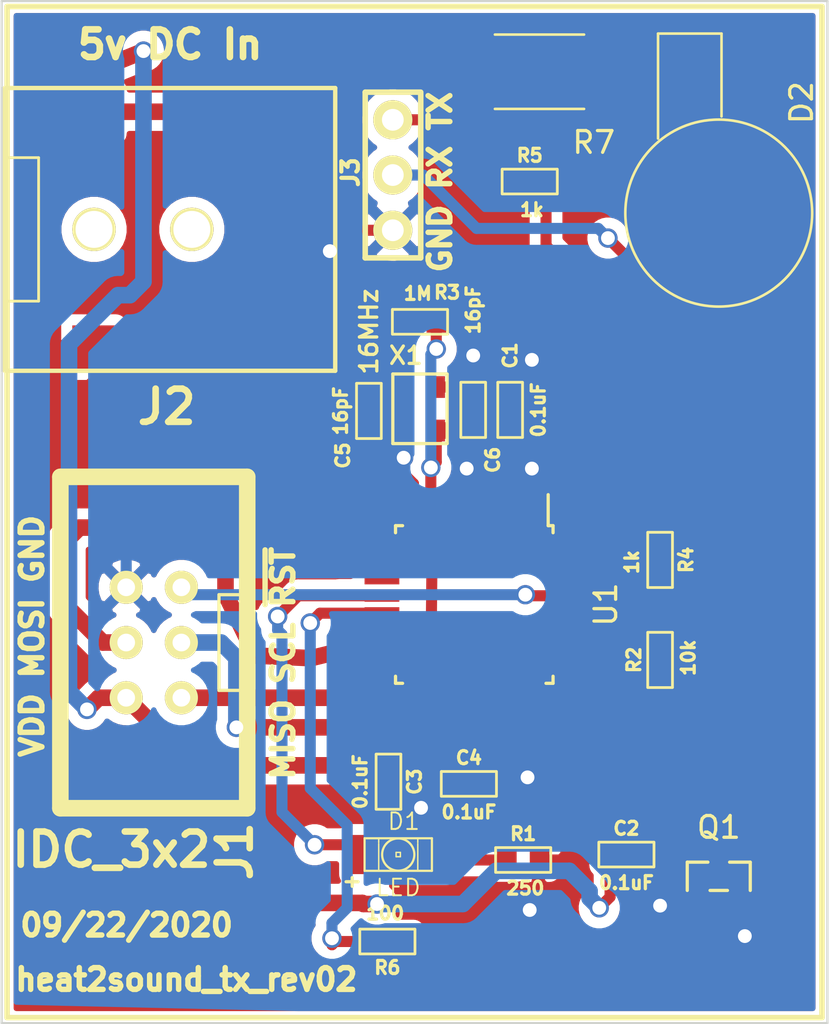
<source format=kicad_pcb>
(kicad_pcb (version 20171130) (host pcbnew 5.1.5-52549c5~86~ubuntu18.04.1)

  (general
    (thickness 1.6002)
    (drawings 14)
    (tracks 213)
    (zones 0)
    (modules 21)
    (nets 20)
  )

  (page A4)
  (title_block
    (date "12 jun 2010")
  )

  (layers
    (0 Component signal)
    (31 Copper signal)
    (32 B.Adhes user)
    (33 F.Adhes user)
    (34 B.Paste user)
    (35 F.Paste user)
    (36 B.SilkS user)
    (37 F.SilkS user)
    (38 B.Mask user)
    (39 F.Mask user)
    (40 Dwgs.User user)
    (41 Cmts.User user)
    (42 Eco1.User user)
    (43 Eco2.User user)
    (44 Edge.Cuts user)
    (45 Margin user)
    (46 B.CrtYd user)
    (47 F.CrtYd user)
  )

  (setup
    (last_trace_width 0.762)
    (user_trace_width 0.254)
    (user_trace_width 0.508)
    (user_trace_width 0.762)
    (user_trace_width 1.016)
    (user_trace_width 1.27)
    (trace_clearance 0.1)
    (zone_clearance 0.5)
    (zone_45_only no)
    (trace_min 0.2032)
    (via_size 0.889)
    (via_drill 0.635)
    (via_min_size 0.889)
    (via_min_drill 0.508)
    (uvia_size 0.508)
    (uvia_drill 0.127)
    (uvias_allowed no)
    (uvia_min_size 0.508)
    (uvia_min_drill 0.127)
    (edge_width 0.09906)
    (segment_width 0.254)
    (pcb_text_width 0.3048)
    (pcb_text_size 1.524 2.032)
    (mod_edge_width 0.254)
    (mod_text_size 1.524 1.524)
    (mod_text_width 0.09906)
    (pad_size 1.99898 1.99898)
    (pad_drill 1.00076)
    (pad_to_mask_clearance 0.1)
    (solder_mask_min_width 0.1)
    (aux_axis_origin 0 0)
    (visible_elements FFFFFF7F)
    (pcbplotparams
      (layerselection 0x010fc_ffffffff)
      (usegerberextensions false)
      (usegerberattributes false)
      (usegerberadvancedattributes false)
      (creategerberjobfile false)
      (excludeedgelayer true)
      (linewidth 0.100000)
      (plotframeref false)
      (viasonmask false)
      (mode 1)
      (useauxorigin false)
      (hpglpennumber 1)
      (hpglpenspeed 20)
      (hpglpendiameter 15.000000)
      (psnegative false)
      (psa4output false)
      (plotreference true)
      (plotvalue true)
      (plotinvisibletext false)
      (padsonsilk false)
      (subtractmaskfromsilk false)
      (outputformat 1)
      (mirror false)
      (drillshape 0)
      (scaleselection 1)
      (outputdirectory ""))
  )

  (net 0 "")
  (net 1 GND)
  (net 2 +5V)
  (net 3 "Net-(C4-Pad1)")
  (net 4 "Net-(D1-Pad2)")
  (net 5 "Net-(D1-Pad1)")
  (net 6 "Net-(D2-Pad1)")
  (net 7 "Net-(D2-Pad2)")
  (net 8 MOSI)
  (net 9 ~RESET)
  (net 10 SCLK)
  (net 11 MISO)
  (net 12 "Net-(J3-Pad2)")
  (net 13 "Net-(J3-Pad3)")
  (net 14 "Net-(Q1-Pad1)")
  (net 15 RX)
  (net 16 TX)
  (net 17 PulseOut)
  (net 18 "Net-(C5-Pad1)")
  (net 19 "Net-(C6-Pad1)")

  (net_class Default "This is the default net class."
    (clearance 0.1)
    (trace_width 0.2032)
    (via_dia 0.889)
    (via_drill 0.635)
    (uvia_dia 0.508)
    (uvia_drill 0.127)
    (diff_pair_width 0.3)
    (diff_pair_gap 0.25)
    (add_net +5V)
    (add_net GND)
    (add_net MISO)
    (add_net MOSI)
    (add_net "Net-(C4-Pad1)")
    (add_net "Net-(C5-Pad1)")
    (add_net "Net-(C6-Pad1)")
    (add_net "Net-(D1-Pad1)")
    (add_net "Net-(D1-Pad2)")
    (add_net "Net-(D2-Pad1)")
    (add_net "Net-(D2-Pad2)")
    (add_net "Net-(J3-Pad2)")
    (add_net "Net-(J3-Pad3)")
    (add_net "Net-(Q1-Pad1)")
    (add_net PulseOut)
    (add_net RX)
    (add_net SCLK)
    (add_net TX)
    (add_net ~RESET)
  )

  (module ted_connectors:TED_IDC_3x2 (layer Component) (tedit 5D267ABB) (tstamp 4C01E46A)
    (at 159 127.5 90)
    (path /5F398CC4)
    (fp_text reference J1 (at -9.6 3.725 90) (layer F.SilkS)
      (effects (font (size 1.524 1.524) (thickness 0.3048)))
    )
    (fp_text value IDC_3x2 (at -9.525 -1.95 180) (layer F.SilkS)
      (effects (font (size 1.524 1.524) (thickness 0.3048)))
    )
    (fp_line (start -7.62 -4.3) (end 7.62 -4.3) (layer F.SilkS) (width 0.762))
    (fp_line (start -7.62 4.3) (end -7.62 -4.3) (layer F.SilkS) (width 0.762))
    (fp_line (start 7.62 4.3) (end -7.62 4.3) (layer F.SilkS) (width 0.762))
    (fp_line (start 7.62 -4.3) (end 7.62 4.3) (layer F.SilkS) (width 0.762))
    (fp_line (start 2.2 3) (end 2.2 4) (layer F.SilkS) (width 0.15))
    (fp_line (start -2.2 3) (end 2.2 3) (layer F.SilkS) (width 0.15))
    (fp_line (start -2.2 4) (end -2.2 3) (layer F.SilkS) (width 0.15))
    (pad 2 thru_hole circle (at -2.54 -1.27 90) (size 1.524 1.524) (drill 0.8128) (layers *.Cu *.Mask F.SilkS)
      (net 2 +5V))
    (pad 4 thru_hole circle (at 0 -1.27 90) (size 1.524 1.524) (drill 0.8128) (layers *.Cu *.Mask F.SilkS)
      (net 8 MOSI))
    (pad 6 thru_hole circle (at 2.54 -1.27 90) (size 1.524 1.524) (drill 0.8128) (layers *.Cu *.Mask F.SilkS)
      (net 1 GND))
    (pad 5 thru_hole circle (at 2.54 1.27 90) (size 1.524 1.524) (drill 0.8128) (layers *.Cu *.Mask F.SilkS)
      (net 9 ~RESET))
    (pad 3 thru_hole circle (at 0 1.27 90) (size 1.524 1.524) (drill 0.8128) (layers *.Cu *.Mask F.SilkS)
      (net 10 SCLK))
    (pad 1 thru_hole circle (at -2.54 1.27 90) (size 1.524 1.524) (drill 0.8128) (layers *.Cu *.Mask F.SilkS)
      (net 11 MISO))
  )

  (module ted_capacitors:TED_SM0603_C (layer Component) (tedit 590516B2) (tstamp 5F5F01AF)
    (at 168.9 116.84816 270)
    (descr "SMT capacitor, 0603")
    (path /5F5FC436)
    (fp_text reference C5 (at 2.05184 1.2 90) (layer F.SilkS)
      (effects (font (size 0.6 0.6) (thickness 0.15)))
    )
    (fp_text value 16pF (at 0 1.3 90) (layer F.SilkS)
      (effects (font (size 0.6 0.6) (thickness 0.15)))
    )
    (fp_line (start -1.27 0.57) (end -1.27 -0.57) (layer F.SilkS) (width 0.127))
    (fp_line (start 1.25 0.57) (end -1.25 0.57) (layer F.SilkS) (width 0.127))
    (fp_line (start 1.27 -0.57) (end 1.27 0.57) (layer F.SilkS) (width 0.127))
    (fp_line (start -1.25 -0.57) (end 1.25 -0.57) (layer F.SilkS) (width 0.127))
    (pad 1 smd rect (at -0.75184 0 270) (size 0.9 1) (layers Component F.Paste F.Mask)
      (net 18 "Net-(C5-Pad1)") (clearance 0.1))
    (pad 2 smd rect (at 0.75184 0 270) (size 0.89916 1.00076) (layers Component F.Paste F.Mask)
      (net 1 GND) (clearance 0.1))
    (model smd/capacitors/c_0603.wrl
      (at (xyz 0 0 0))
      (scale (xyz 1 1 1))
      (rotate (xyz 0 0 0))
    )
  )

  (module ted_ICs:TQFP-32_7x7mm_Pitch0.8mm (layer Component) (tedit 58CC9A48) (tstamp 4C01E467)
    (at 173.75 125.75 270)
    (descr "32-Lead Plastic Thin Quad Flatpack (PT) - 7x7x1.0 mm Body, 2.00 mm [TQFP] (see Microchip Packaging Specification 00000049BS.pdf)")
    (tags "QFP 0.8")
    (path /5F3BBA35)
    (attr smd)
    (fp_text reference U1 (at 0 -6.05 90) (layer F.SilkS)
      (effects (font (size 1 1) (thickness 0.15)))
    )
    (fp_text value ATMEGA328P-AU (at 0 6.05 90) (layer F.Fab)
      (effects (font (size 1 1) (thickness 0.15)))
    )
    (fp_line (start -3.625 -3.4) (end -5.05 -3.4) (layer F.SilkS) (width 0.15))
    (fp_line (start 3.625 -3.625) (end 3.3 -3.625) (layer F.SilkS) (width 0.15))
    (fp_line (start 3.625 3.625) (end 3.3 3.625) (layer F.SilkS) (width 0.15))
    (fp_line (start -3.625 3.625) (end -3.3 3.625) (layer F.SilkS) (width 0.15))
    (fp_line (start -3.625 -3.625) (end -3.3 -3.625) (layer F.SilkS) (width 0.15))
    (fp_line (start -3.625 3.625) (end -3.625 3.3) (layer F.SilkS) (width 0.15))
    (fp_line (start 3.625 3.625) (end 3.625 3.3) (layer F.SilkS) (width 0.15))
    (fp_line (start 3.625 -3.625) (end 3.625 -3.3) (layer F.SilkS) (width 0.15))
    (fp_line (start -3.625 -3.625) (end -3.625 -3.4) (layer F.SilkS) (width 0.15))
    (fp_line (start -5.3 5.3) (end 5.3 5.3) (layer F.CrtYd) (width 0.05))
    (fp_line (start -5.3 -5.3) (end 5.3 -5.3) (layer F.CrtYd) (width 0.05))
    (fp_line (start 5.3 -5.3) (end 5.3 5.3) (layer F.CrtYd) (width 0.05))
    (fp_line (start -5.3 -5.3) (end -5.3 5.3) (layer F.CrtYd) (width 0.05))
    (fp_line (start -3.5 -2.5) (end -2.5 -3.5) (layer F.Fab) (width 0.15))
    (fp_line (start -3.5 3.5) (end -3.5 -2.5) (layer F.Fab) (width 0.15))
    (fp_line (start 3.5 3.5) (end -3.5 3.5) (layer F.Fab) (width 0.15))
    (fp_line (start 3.5 -3.5) (end 3.5 3.5) (layer F.Fab) (width 0.15))
    (fp_line (start -2.5 -3.5) (end 3.5 -3.5) (layer F.Fab) (width 0.15))
    (fp_text user %R (at 0 0 90) (layer F.Fab)
      (effects (font (size 1 1) (thickness 0.15)))
    )
    (pad 32 smd rect (at -2.8 -4.25) (size 1.6 0.55) (layers Component F.Paste F.Mask))
    (pad 31 smd rect (at -2 -4.25) (size 1.6 0.55) (layers Component F.Paste F.Mask)
      (net 16 TX))
    (pad 30 smd rect (at -1.2 -4.25) (size 1.6 0.55) (layers Component F.Paste F.Mask)
      (net 15 RX))
    (pad 29 smd rect (at -0.4 -4.25) (size 1.6 0.55) (layers Component F.Paste F.Mask)
      (net 9 ~RESET))
    (pad 28 smd rect (at 0.4 -4.25) (size 1.6 0.55) (layers Component F.Paste F.Mask))
    (pad 27 smd rect (at 1.2 -4.25) (size 1.6 0.55) (layers Component F.Paste F.Mask))
    (pad 26 smd rect (at 2 -4.25) (size 1.6 0.55) (layers Component F.Paste F.Mask))
    (pad 25 smd rect (at 2.8 -4.25) (size 1.6 0.55) (layers Component F.Paste F.Mask))
    (pad 24 smd rect (at 4.25 -2.8 270) (size 1.6 0.55) (layers Component F.Paste F.Mask))
    (pad 23 smd rect (at 4.25 -2 270) (size 1.6 0.55) (layers Component F.Paste F.Mask))
    (pad 22 smd rect (at 4.25 -1.2 270) (size 1.6 0.55) (layers Component F.Paste F.Mask))
    (pad 21 smd rect (at 4.25 -0.4 270) (size 1.6 0.55) (layers Component F.Paste F.Mask)
      (net 1 GND))
    (pad 20 smd rect (at 4.25 0.4 270) (size 1.6 0.55) (layers Component F.Paste F.Mask)
      (net 3 "Net-(C4-Pad1)"))
    (pad 19 smd rect (at 4.25 1.2 270) (size 1.6 0.55) (layers Component F.Paste F.Mask))
    (pad 18 smd rect (at 4.25 2 270) (size 1.6 0.55) (layers Component F.Paste F.Mask)
      (net 2 +5V))
    (pad 17 smd rect (at 4.25 2.8 270) (size 1.6 0.55) (layers Component F.Paste F.Mask)
      (net 10 SCLK))
    (pad 16 smd rect (at 2.8 4.25) (size 1.6 0.55) (layers Component F.Paste F.Mask)
      (net 11 MISO))
    (pad 15 smd rect (at 2 4.25) (size 1.6 0.55) (layers Component F.Paste F.Mask)
      (net 8 MOSI))
    (pad 14 smd rect (at 1.2 4.25) (size 1.6 0.55) (layers Component F.Paste F.Mask))
    (pad 13 smd rect (at 0.4 4.25) (size 1.6 0.55) (layers Component F.Paste F.Mask)
      (net 17 PulseOut))
    (pad 12 smd rect (at -0.4 4.25) (size 1.6 0.55) (layers Component F.Paste F.Mask)
      (net 5 "Net-(D1-Pad1)"))
    (pad 11 smd rect (at -1.2 4.25) (size 1.6 0.55) (layers Component F.Paste F.Mask))
    (pad 10 smd rect (at -2 4.25) (size 1.6 0.55) (layers Component F.Paste F.Mask))
    (pad 9 smd rect (at -2.8 4.25) (size 1.6 0.55) (layers Component F.Paste F.Mask))
    (pad 8 smd rect (at -4.25 2.8 270) (size 1.6 0.55) (layers Component F.Paste F.Mask)
      (net 18 "Net-(C5-Pad1)"))
    (pad 7 smd rect (at -4.25 2 270) (size 1.6 0.55) (layers Component F.Paste F.Mask)
      (net 19 "Net-(C6-Pad1)"))
    (pad 6 smd rect (at -4.25 1.2 270) (size 1.6 0.55) (layers Component F.Paste F.Mask)
      (net 2 +5V))
    (pad 5 smd rect (at -4.25 0.4 270) (size 1.6 0.55) (layers Component F.Paste F.Mask)
      (net 1 GND))
    (pad 4 smd rect (at -4.25 -0.4 270) (size 1.6 0.55) (layers Component F.Paste F.Mask)
      (net 2 +5V))
    (pad 3 smd rect (at -4.25 -1.2 270) (size 1.6 0.55) (layers Component F.Paste F.Mask)
      (net 1 GND))
    (pad 2 smd rect (at -4.25 -2 270) (size 1.6 0.55) (layers Component F.Paste F.Mask))
    (pad 1 smd rect (at -4.25 -2.8 270) (size 1.6 0.55) (layers Component F.Paste F.Mask))
    (model ${KISYS3DMOD}/Housings_QFP.3dshapes/TQFP-32_7x7mm_Pitch0.8mm.wrl
      (at (xyz 0 0 0))
      (scale (xyz 1 1 1))
      (rotate (xyz 0 0 0))
    )
  )

  (module ted_crystals:crystal_TSX3225 (layer Component) (tedit 0) (tstamp 5F40BDFE)
    (at 171.25 116.75 90)
    (descr "crystal Epson Toyocom FA-238 and TSX-3225 series")
    (path /5F3CC930)
    (fp_text reference X1 (at 2.45 -0.65 180) (layer F.SilkS)
      (effects (font (size 0.8 0.8) (thickness 0.15)))
    )
    (fp_text value 16MHz (at 3.55 -2.35 90) (layer F.SilkS)
      (effects (font (size 0.8 0.8) (thickness 0.15)))
    )
    (fp_line (start -1.6 1.25) (end -1.6 -1.25) (layer F.SilkS) (width 0.15))
    (fp_line (start 1.6 1.25) (end -1.6 1.25) (layer F.SilkS) (width 0.15))
    (fp_line (start 1.6 -1.25) (end 1.6 1.25) (layer F.SilkS) (width 0.15))
    (fp_line (start -1.6 -1.25) (end 1.6 -1.25) (layer F.SilkS) (width 0.15))
    (pad 3 smd rect (at 1 -0.75 90) (size 1 0.8) (layers Component F.Paste F.Mask)
      (net 18 "Net-(C5-Pad1)"))
    (pad 4 smd rect (at -1 -0.75 90) (size 1 0.8) (layers Component F.Paste F.Mask)
      (net 1 GND))
    (pad 2 smd rect (at 1 0.75 90) (size 1 0.8) (layers Component F.Paste F.Mask)
      (net 1 GND))
    (pad 1 smd rect (at -1 0.75 90) (size 1 0.8) (layers Component F.Paste F.Mask)
      (net 19 "Net-(C6-Pad1)"))
    (model smd/smd_crystal&oscillator/crystal_4pins_smd.wrl
      (at (xyz 0 0 0))
      (scale (xyz 0.24 0.24 0.24))
      (rotate (xyz 0 0 0))
    )
  )

  (module ted_resistors:TED_R_2512_6332Metric (layer Component) (tedit 5F3CAC63) (tstamp 5F40BDF2)
    (at 176.75 101.25)
    (descr "Resistor SMD 2512 (6332 Metric), square (rectangular) end terminal, IPC_7351 nominal, (Body size source: http://www.tortai-tech.com/upload/download/2011102023233369053.pdf), generated with kicad-footprint-generator")
    (tags resistor)
    (path /5F408B67)
    (attr smd)
    (fp_text reference R7 (at 2.5 3.25) (layer F.SilkS)
      (effects (font (size 1 1) (thickness 0.15)))
    )
    (fp_text value 10 (at 0 2.62) (layer F.Fab)
      (effects (font (size 1 1) (thickness 0.15)))
    )
    (fp_text user %R (at 0 0) (layer F.Fab)
      (effects (font (size 1 1) (thickness 0.15)))
    )
    (fp_line (start 3.82 1.92) (end -3.82 1.92) (layer F.CrtYd) (width 0.05))
    (fp_line (start 3.82 -1.92) (end 3.82 1.92) (layer F.CrtYd) (width 0.05))
    (fp_line (start -3.82 -1.92) (end 3.82 -1.92) (layer F.CrtYd) (width 0.05))
    (fp_line (start -3.82 1.92) (end -3.82 -1.92) (layer F.CrtYd) (width 0.05))
    (fp_line (start -2.052064 1.71) (end 2.052064 1.71) (layer F.SilkS) (width 0.12))
    (fp_line (start -2.052064 -1.71) (end 2.052064 -1.71) (layer F.SilkS) (width 0.12))
    (fp_line (start 3.15 1.6) (end -3.15 1.6) (layer F.Fab) (width 0.1))
    (fp_line (start 3.15 -1.6) (end 3.15 1.6) (layer F.Fab) (width 0.1))
    (fp_line (start -3.15 -1.6) (end 3.15 -1.6) (layer F.Fab) (width 0.1))
    (fp_line (start -3.15 1.6) (end -3.15 -1.6) (layer F.Fab) (width 0.1))
    (pad 2 smd roundrect (at 2.9 0) (size 2 3.35) (layers Component F.Paste F.Mask) (roundrect_rratio 0.185)
      (net 6 "Net-(D2-Pad1)"))
    (pad 1 smd roundrect (at -2.9 0) (size 2 3.35) (layers Component F.Paste F.Mask) (roundrect_rratio 0.185)
      (net 2 +5V))
    (model ${KISYS3DMOD}/Resistor_SMD.3dshapes/R_2512_6332Metric.wrl
      (at (xyz 0 0 0))
      (scale (xyz 1 1 1))
      (rotate (xyz 0 0 0))
    )
  )

  (module ted_resistors:TED_SM0603_R (layer Component) (tedit 590515EF) (tstamp 5F40BDE1)
    (at 169.75 141.25 180)
    (descr "SMT resistor, 0603")
    (path /5F41ECFB)
    (fp_text reference R6 (at 0 -1.2) (layer F.SilkS)
      (effects (font (size 0.6 0.6) (thickness 0.15)))
    )
    (fp_text value 100 (at 0.1 1.3) (layer F.SilkS)
      (effects (font (size 0.6 0.6) (thickness 0.15)))
    )
    (fp_line (start 1.25 0.57) (end -1.25 0.57) (layer F.SilkS) (width 0.127))
    (fp_line (start -1.25 -0.57) (end 1.25 -0.57) (layer F.SilkS) (width 0.127))
    (fp_line (start 1.27 -0.57) (end 1.27 0.57) (layer F.SilkS) (width 0.127))
    (fp_line (start -1.27 -0.57) (end -1.27 0.57) (layer F.SilkS) (width 0.127))
    (pad 1 smd rect (at -0.75184 0 180) (size 0.89916 1.00076) (layers Component F.Paste F.Mask)
      (net 14 "Net-(Q1-Pad1)") (clearance 0.1))
    (pad 2 smd rect (at 0.75184 0 180) (size 0.89916 1.00076) (layers Component F.Paste F.Mask)
      (net 17 PulseOut) (clearance 0.1))
    (model smd/capacitors/c_0603.wrl
      (at (xyz 0 0 0))
      (scale (xyz 1 1 1))
      (rotate (xyz 0 0 0))
    )
  )

  (module ted_resistors:TED_SM0603_R (layer Component) (tedit 590515EF) (tstamp 5F40BDD7)
    (at 176.3 106.3)
    (descr "SMT resistor, 0603")
    (path /5F44396F)
    (fp_text reference R5 (at 0 -1.2) (layer F.SilkS)
      (effects (font (size 0.6 0.6) (thickness 0.15)))
    )
    (fp_text value 1k (at 0.1 1.3) (layer F.SilkS)
      (effects (font (size 0.6 0.6) (thickness 0.15)))
    )
    (fp_line (start 1.25 0.57) (end -1.25 0.57) (layer F.SilkS) (width 0.127))
    (fp_line (start -1.25 -0.57) (end 1.25 -0.57) (layer F.SilkS) (width 0.127))
    (fp_line (start 1.27 -0.57) (end 1.27 0.57) (layer F.SilkS) (width 0.127))
    (fp_line (start -1.27 -0.57) (end -1.27 0.57) (layer F.SilkS) (width 0.127))
    (pad 1 smd rect (at -0.75184 0) (size 0.89916 1.00076) (layers Component F.Paste F.Mask)
      (net 13 "Net-(J3-Pad3)") (clearance 0.1))
    (pad 2 smd rect (at 0.75184 0) (size 0.89916 1.00076) (layers Component F.Paste F.Mask)
      (net 16 TX) (clearance 0.1))
    (model smd/capacitors/c_0603.wrl
      (at (xyz 0 0 0))
      (scale (xyz 1 1 1))
      (rotate (xyz 0 0 0))
    )
  )

  (module ted_resistors:TED_SM0603_R (layer Component) (tedit 590515EF) (tstamp 4C0C1BFF)
    (at 182.3 123.7 270)
    (descr "SMT resistor, 0603")
    (path /5F4473D5)
    (fp_text reference R4 (at 0 -1.2 90) (layer F.SilkS)
      (effects (font (size 0.6 0.6) (thickness 0.15)))
    )
    (fp_text value 1k (at 0.1 1.3 90) (layer F.SilkS)
      (effects (font (size 0.6 0.6) (thickness 0.15)))
    )
    (fp_line (start 1.25 0.57) (end -1.25 0.57) (layer F.SilkS) (width 0.127))
    (fp_line (start -1.25 -0.57) (end 1.25 -0.57) (layer F.SilkS) (width 0.127))
    (fp_line (start 1.27 -0.57) (end 1.27 0.57) (layer F.SilkS) (width 0.127))
    (fp_line (start -1.27 -0.57) (end -1.27 0.57) (layer F.SilkS) (width 0.127))
    (pad 1 smd rect (at -0.75184 0 270) (size 0.89916 1.00076) (layers Component F.Paste F.Mask)
      (net 12 "Net-(J3-Pad2)") (clearance 0.1))
    (pad 2 smd rect (at 0.75184 0 270) (size 0.89916 1.00076) (layers Component F.Paste F.Mask)
      (net 15 RX) (clearance 0.1))
    (model smd/capacitors/c_0603.wrl
      (at (xyz 0 0 0))
      (scale (xyz 1 1 1))
      (rotate (xyz 0 0 0))
    )
  )

  (module ted_resistors:TED_SM0603_R (layer Component) (tedit 590515EF) (tstamp 4C0C1C01)
    (at 171.25 112.75 180)
    (descr "SMT resistor, 0603")
    (path /5F3CE30E)
    (fp_text reference R3 (at -1.25 1.35) (layer F.SilkS)
      (effects (font (size 0.6 0.6) (thickness 0.15)))
    )
    (fp_text value 1M (at 0.1 1.3) (layer F.SilkS)
      (effects (font (size 0.6 0.6) (thickness 0.15)))
    )
    (fp_line (start 1.25 0.57) (end -1.25 0.57) (layer F.SilkS) (width 0.127))
    (fp_line (start -1.25 -0.57) (end 1.25 -0.57) (layer F.SilkS) (width 0.127))
    (fp_line (start 1.27 -0.57) (end 1.27 0.57) (layer F.SilkS) (width 0.127))
    (fp_line (start -1.27 -0.57) (end -1.27 0.57) (layer F.SilkS) (width 0.127))
    (pad 1 smd rect (at -0.75184 0 180) (size 0.89916 1.00076) (layers Component F.Paste F.Mask)
      (net 19 "Net-(C6-Pad1)") (clearance 0.1))
    (pad 2 smd rect (at 0.75184 0 180) (size 0.89916 1.00076) (layers Component F.Paste F.Mask)
      (net 18 "Net-(C5-Pad1)") (clearance 0.1))
    (model smd/capacitors/c_0603.wrl
      (at (xyz 0 0 0))
      (scale (xyz 1 1 1))
      (rotate (xyz 0 0 0))
    )
  )

  (module ted_resistors:TED_SM0603_R (layer Component) (tedit 590515EF) (tstamp 4C01E462)
    (at 182.3 128.3 90)
    (descr "SMT resistor, 0603")
    (path /5F3E2B21)
    (fp_text reference R2 (at 0 -1.2 90) (layer F.SilkS)
      (effects (font (size 0.6 0.6) (thickness 0.15)))
    )
    (fp_text value 10k (at 0.1 1.3 90) (layer F.SilkS)
      (effects (font (size 0.6 0.6) (thickness 0.15)))
    )
    (fp_line (start 1.25 0.57) (end -1.25 0.57) (layer F.SilkS) (width 0.127))
    (fp_line (start -1.25 -0.57) (end 1.25 -0.57) (layer F.SilkS) (width 0.127))
    (fp_line (start 1.27 -0.57) (end 1.27 0.57) (layer F.SilkS) (width 0.127))
    (fp_line (start -1.27 -0.57) (end -1.27 0.57) (layer F.SilkS) (width 0.127))
    (pad 1 smd rect (at -0.75184 0 90) (size 0.89916 1.00076) (layers Component F.Paste F.Mask)
      (net 2 +5V) (clearance 0.1))
    (pad 2 smd rect (at 0.75184 0 90) (size 0.89916 1.00076) (layers Component F.Paste F.Mask)
      (net 9 ~RESET) (clearance 0.1))
    (model smd/capacitors/c_0603.wrl
      (at (xyz 0 0 0))
      (scale (xyz 1 1 1))
      (rotate (xyz 0 0 0))
    )
  )

  (module ted_resistors:TED_SM0603_R (layer Component) (tedit 590515EF) (tstamp 4C01E464)
    (at 176 137.5)
    (descr "SMT resistor, 0603")
    (path /5F3E638A)
    (fp_text reference R1 (at 0 -1.2) (layer F.SilkS)
      (effects (font (size 0.6 0.6) (thickness 0.15)))
    )
    (fp_text value 250 (at 0.1 1.3) (layer F.SilkS)
      (effects (font (size 0.6 0.6) (thickness 0.15)))
    )
    (fp_line (start 1.25 0.57) (end -1.25 0.57) (layer F.SilkS) (width 0.127))
    (fp_line (start -1.25 -0.57) (end 1.25 -0.57) (layer F.SilkS) (width 0.127))
    (fp_line (start 1.27 -0.57) (end 1.27 0.57) (layer F.SilkS) (width 0.127))
    (fp_line (start -1.27 -0.57) (end -1.27 0.57) (layer F.SilkS) (width 0.127))
    (pad 1 smd rect (at -0.75184 0) (size 0.89916 1.00076) (layers Component F.Paste F.Mask)
      (net 4 "Net-(D1-Pad2)") (clearance 0.1))
    (pad 2 smd rect (at 0.75184 0) (size 0.89916 1.00076) (layers Component F.Paste F.Mask)
      (net 1 GND) (clearance 0.1))
    (model smd/capacitors/c_0603.wrl
      (at (xyz 0 0 0))
      (scale (xyz 1 1 1))
      (rotate (xyz 0 0 0))
    )
  )

  (module ted_transistors:TED_SOT-23 (layer Component) (tedit 5920E017) (tstamp 5F40BDA9)
    (at 185 138.25)
    (descr "SOT-23, Standard")
    (tags SOT-23)
    (path /5F3B6C60)
    (attr smd)
    (fp_text reference Q1 (at 0 -2.25) (layer F.SilkS)
      (effects (font (size 1 1) (thickness 0.15)))
    )
    (fp_text value NMOSFET_GSD (at 0 2.3) (layer Dwgs.User) hide
      (effects (font (size 1 1) (thickness 0.15)))
    )
    (fp_line (start 1.45 -0.65) (end 1.45 0.65) (layer F.SilkS) (width 0.15))
    (fp_line (start -1.45 -0.65) (end -0.5 -0.65) (layer F.SilkS) (width 0.15))
    (fp_line (start -1.45 0.65) (end -1.45 -0.65) (layer F.SilkS) (width 0.15))
    (fp_line (start -1.65 1.6) (end -1.65 -1.6) (layer F.CrtYd) (width 0.05))
    (fp_line (start 1.65 1.6) (end -1.65 1.6) (layer F.CrtYd) (width 0.05))
    (fp_line (start 1.65 -1.6) (end 1.65 1.6) (layer F.CrtYd) (width 0.05))
    (fp_line (start -1.65 -1.6) (end 1.65 -1.6) (layer F.CrtYd) (width 0.05))
    (fp_line (start 0.5 -0.65) (end 1.45 -0.65) (layer F.SilkS) (width 0.15))
    (fp_line (start -0.4 0.65) (end 0.4 0.65) (layer F.SilkS) (width 0.15))
    (pad 3 smd rect (at 0 -1) (size 0.8001 0.8001) (layers Component F.Paste F.Mask)
      (net 7 "Net-(D2-Pad2)"))
    (pad 2 smd rect (at 0.95 1) (size 0.8001 0.8001) (layers Component F.Paste F.Mask)
      (net 1 GND))
    (pad 1 smd rect (at -0.95 1) (size 0.8001 0.8001) (layers Component F.Paste F.Mask)
      (net 14 "Net-(Q1-Pad1)"))
    (model TO_SOT_Packages_SMD.3dshapes/SOT-23.wrl
      (at (xyz 0 0 0))
      (scale (xyz 1 1 1))
      (rotate (xyz 0 0 0))
    )
  )

  (module ted_connectors:TED_HEADER_3x1 (layer Component) (tedit 591A6C4A) (tstamp 4C01E461)
    (at 170 106 90)
    (path /5F3EFE46)
    (fp_text reference J3 (at 0.125 -1.95 90) (layer F.SilkS)
      (effects (font (size 0.762 0.762) (thickness 0.1905)))
    )
    (fp_text value HEADER_3X1 (at -1 2.5 90) (layer F.SilkS) hide
      (effects (font (size 0.762 0.762) (thickness 0.1905)))
    )
    (fp_line (start -3.81 1.28524) (end -3.81 -1.27508) (layer F.SilkS) (width 0.254))
    (fp_line (start 3.81 1.28524) (end -3.81 1.28524) (layer F.SilkS) (width 0.254))
    (fp_line (start 3.81 -1.27) (end 3.81 1.27) (layer F.SilkS) (width 0.254))
    (fp_line (start 3.81 -1.27) (end -3.81 -1.27) (layer F.SilkS) (width 0.254))
    (pad 1 thru_hole circle (at -2.54 0 90) (size 1.8 1.8) (drill 1) (layers *.Cu *.Mask F.SilkS)
      (net 1 GND))
    (pad 2 thru_hole circle (at 0 0 90) (size 1.8 1.8) (drill 1) (layers *.Cu *.Mask F.SilkS)
      (net 12 "Net-(J3-Pad2)"))
    (pad 3 thru_hole circle (at 2.54 0 90) (size 1.8 1.8) (drill 1) (layers *.Cu *.Mask F.SilkS)
      (net 13 "Net-(J3-Pad3)"))
  )

  (module ted_connectors:TED_2.1mm_DC_SMD (layer Component) (tedit 0) (tstamp 4C01E45F)
    (at 159.75 108.5 180)
    (path /4BAC0857)
    (fp_text reference J2 (at 0.15748 -8.15848) (layer F.SilkS)
      (effects (font (size 1.524 1.524) (thickness 0.3048)))
    )
    (fp_text value DC_2.1mm (at 0.1016 8.49884) (layer F.SilkS) hide
      (effects (font (size 1.524 1.524) (thickness 0.3048)))
    )
    (fp_line (start -7.59968 6.5024) (end -7.59968 -6.5024) (layer F.SilkS) (width 0.20066))
    (fp_line (start 7.59968 6.5024) (end -7.59968 6.5024) (layer F.SilkS) (width 0.20066))
    (fp_line (start 7.59968 -6.5024) (end 7.59968 6.5024) (layer F.SilkS) (width 0.20066))
    (fp_line (start -7.59968 -6.5024) (end 7.59968 -6.5024) (layer F.SilkS) (width 0.20066))
    (fp_line (start 6.05 3.3) (end 7.575 3.3) (layer F.SilkS) (width 0.127))
    (fp_line (start 6.05 -3.3) (end 6.05 3.3) (layer F.SilkS) (width 0.127))
    (fp_line (start 7.6 -3.3) (end 6.05 -3.3) (layer F.SilkS) (width 0.127))
    (pad "" np_thru_hole circle (at 3.50012 0 180) (size 1.99898 1.99898) (drill 1.69926) (layers *.Cu *.Mask F.SilkS))
    (pad 3 smd rect (at -2.60096 -5.41528 180) (size 1.99898 1.99898) (layers Component F.Paste F.Mask))
    (pad 2 smd rect (at 3.50012 -5.41528 180) (size 1.99898 1.99898) (layers Component F.Paste F.Mask)
      (net 1 GND))
    (pad 1 smd rect (at -2.60096 5.4102 180) (size 1.99898 1.99898) (layers Component F.Paste F.Mask)
      (net 2 +5V))
    (pad 1 smd rect (at 3.50012 5.4102 180) (size 1.99898 1.99898) (layers Component F.Paste F.Mask)
      (net 2 +5V))
    (pad "" np_thru_hole circle (at -1.00076 0 180) (size 1.99898 1.99898) (drill 1.69926) (layers *.Cu *.Mask F.SilkS))
  )

  (module LED_SMD:LED_1W_3W_R8 (layer Component) (tedit 58AC980C) (tstamp 5F40BD6F)
    (at 185 107.75 270)
    (descr https://www.gme.cz/data/attachments/dsh.518-234.1.pdf)
    (tags "LED 1W 3W 5W")
    (path /5F41266C)
    (attr smd)
    (fp_text reference D2 (at -5.08 -3.81 90) (layer F.SilkS)
      (effects (font (size 1 1) (thickness 0.15)))
    )
    (fp_text value LED (at 0 5.08 90) (layer F.Fab)
      (effects (font (size 1 1) (thickness 0.15)))
    )
    (fp_circle (center 0 0) (end 4.025 0) (layer F.Fab) (width 0.1))
    (fp_line (start 4.826 1.524) (end 4.826 0.508) (layer F.Fab) (width 0.1))
    (fp_line (start -5.334 -1.016) (end -4.318 -1.016) (layer F.Fab) (width 0.1))
    (fp_line (start 4.318 1.016) (end 5.334 1.016) (layer F.Fab) (width 0.1))
    (fp_circle (center 0 0) (end -4.3 0) (layer F.SilkS) (width 0.12))
    (fp_line (start -4.445 -0.127) (end -8.255 -0.127) (layer F.SilkS) (width 0.12))
    (fp_line (start -8.255 -0.127) (end -8.255 2.794) (layer F.SilkS) (width 0.12))
    (fp_line (start -8.255 2.794) (end -3.429 2.794) (layer F.SilkS) (width 0.12))
    (fp_line (start -4.59 -0.45) (end -8.55 -0.45) (layer F.CrtYd) (width 0.05))
    (fp_line (start -8.55 -0.45) (end -8.55 3.15) (layer F.CrtYd) (width 0.05))
    (fp_line (start -8.55 3.15) (end -3.37 3.15) (layer F.CrtYd) (width 0.05))
    (fp_line (start 3.37 -3.15) (end 8.55 -3.15) (layer F.CrtYd) (width 0.05))
    (fp_line (start 8.55 -3.15) (end 8.55 0.45) (layer F.CrtYd) (width 0.05))
    (fp_line (start 8.55 0.45) (end 4.59 0.45) (layer F.CrtYd) (width 0.05))
    (fp_arc (start 0 0) (end -4.59 -0.45) (angle 131.3332206) (layer F.CrtYd) (width 0.05))
    (fp_arc (start 0 0) (end 4.59 0.45) (angle 131.3332206) (layer F.CrtYd) (width 0.05))
    (fp_line (start -1.27 0) (end 1.27 -1.27) (layer F.Fab) (width 0.1))
    (fp_line (start 1.27 -1.27) (end 1.27 1.27) (layer F.Fab) (width 0.1))
    (fp_line (start -1.27 0) (end 1.27 1.27) (layer F.Fab) (width 0.1))
    (fp_line (start 1.27 1.27) (end 1.27 0) (layer F.Fab) (width 0.1))
    (fp_line (start 1.27 0) (end 2.54 0) (layer F.Fab) (width 0.1))
    (fp_line (start -1.27 -1.27) (end -1.27 1.27) (layer F.Fab) (width 0.1))
    (fp_line (start -2.54 0) (end -1.27 0) (layer F.Fab) (width 0.1))
    (fp_text user %R (at 0 -2.54 90) (layer F.Fab)
      (effects (font (size 1 1) (thickness 0.15)))
    )
    (pad 3 smd circle (at 0 0 270) (size 5.7 5.7) (layers Component F.Paste F.Mask))
    (pad 1 smd rect (at -6.35 1.35 270) (size 3.5 2.7) (layers Component F.Paste F.Mask)
      (net 6 "Net-(D2-Pad1)"))
    (pad 2 smd rect (at 6.35 -1.35 270) (size 3.5 2.7) (layers Component F.Paste F.Mask)
      (net 7 "Net-(D2-Pad2)"))
    (model ${KISYS3DMOD}/LED_SMD.3dshapes/LED_1W_3W_R8.wrl
      (at (xyz 0 0 0))
      (scale (xyz 1 1 1))
      (rotate (xyz 0 0 0))
    )
  )

  (module ted_led:TED_LED-1206 (layer Component) (tedit 5BAC1AE8) (tstamp 5F40BD50)
    (at 170.25 137.25)
    (descr "LED 1206 smd package")
    (tags "LED1206 SMD")
    (path /5F3E21AA)
    (attr smd)
    (fp_text reference D1 (at 0.254 -1.524) (layer F.SilkS)
      (effects (font (size 0.762 0.762) (thickness 0.0889)))
    )
    (fp_text value LED (at 0 1.524) (layer F.SilkS)
      (effects (font (size 0.762 0.762) (thickness 0.0889)))
    )
    (fp_arc (start 0 0) (end 0.54864 -0.49784) (angle 84.5) (layer F.SilkS) (width 0.1016))
    (fp_arc (start 0 0) (end -0.54864 -0.49784) (angle 95.4) (layer F.SilkS) (width 0.1016))
    (fp_arc (start 0 0) (end -0.54864 0.49784) (angle 84.5) (layer F.SilkS) (width 0.1016))
    (fp_arc (start 0 0) (end 0.54864 0.49784) (angle 95.4) (layer F.SilkS) (width 0.1016))
    (fp_line (start 1.5494 -0.7493) (end 1.5494 0.7493) (layer F.SilkS) (width 0.1016))
    (fp_line (start -1.5494 -0.7493) (end 1.5494 -0.7493) (layer F.SilkS) (width 0.1016))
    (fp_line (start -1.5494 0.7493) (end -1.5494 -0.7493) (layer F.SilkS) (width 0.1016))
    (fp_line (start 1.5494 0.7493) (end -1.5494 0.7493) (layer F.SilkS) (width 0.1016))
    (fp_line (start -0.89916 -0.54864) (end -0.89916 -0.6985) (layer F.SilkS) (width 0.06604))
    (fp_line (start -0.89916 0.6985) (end -0.89916 -0.49784) (layer F.SilkS) (width 0.06604))
    (fp_line (start 0.89916 -0.54864) (end 0.89916 -0.6985) (layer F.SilkS) (width 0.06604))
    (fp_line (start 0.89916 0.6985) (end 0.89916 -0.49784) (layer F.SilkS) (width 0.06604))
    (fp_line (start -0.09906 0.09906) (end -0.09906 -0.09906) (layer F.SilkS) (width 0.06604))
    (fp_line (start -0.09906 -0.09906) (end 0.09906 -0.09906) (layer F.SilkS) (width 0.06604))
    (fp_line (start 0.09906 0.09906) (end 0.09906 -0.09906) (layer F.SilkS) (width 0.06604))
    (fp_line (start -0.09906 0.09906) (end 0.09906 0.09906) (layer F.SilkS) (width 0.06604))
    (fp_line (start -2.12 1.06) (end -2.12 1.46) (layer F.SilkS) (width 0.15))
    (fp_line (start -1.85 1.25) (end -2.4 1.25) (layer F.SilkS) (width 0.15))
    (pad 2 smd rect (at 1.41986 0) (size 1.59766 1.80086) (layers Component F.Paste F.Mask)
      (net 4 "Net-(D1-Pad2)"))
    (pad 1 smd rect (at -1.41986 0) (size 1.59766 1.80086) (layers Component F.Paste F.Mask)
      (net 5 "Net-(D1-Pad1)"))
  )

  (module ted_capacitors:TED_SM0603_C (layer Component) (tedit 590516B2) (tstamp 5F40BD38)
    (at 173.5 134)
    (descr "SMT capacitor, 0603")
    (path /5F4A3693)
    (fp_text reference C4 (at 0 -1.2) (layer F.SilkS)
      (effects (font (size 0.6 0.6) (thickness 0.15)))
    )
    (fp_text value 0.1uF (at 0 1.3) (layer F.SilkS)
      (effects (font (size 0.6 0.6) (thickness 0.15)))
    )
    (fp_line (start -1.27 0.57) (end -1.27 -0.57) (layer F.SilkS) (width 0.127))
    (fp_line (start 1.25 0.57) (end -1.25 0.57) (layer F.SilkS) (width 0.127))
    (fp_line (start 1.27 -0.57) (end 1.27 0.57) (layer F.SilkS) (width 0.127))
    (fp_line (start -1.25 -0.57) (end 1.25 -0.57) (layer F.SilkS) (width 0.127))
    (pad 1 smd rect (at -0.75184 0) (size 0.9 1) (layers Component F.Paste F.Mask)
      (net 3 "Net-(C4-Pad1)") (clearance 0.1))
    (pad 2 smd rect (at 0.75184 0) (size 0.89916 1.00076) (layers Component F.Paste F.Mask)
      (net 1 GND) (clearance 0.1))
    (model smd/capacitors/c_0603.wrl
      (at (xyz 0 0 0))
      (scale (xyz 1 1 1))
      (rotate (xyz 0 0 0))
    )
  )

  (module ted_capacitors:TED_SM0603_C (layer Component) (tedit 590516B2) (tstamp 5F40BD2E)
    (at 169.8 133.9 270)
    (descr "SMT capacitor, 0603")
    (path /5F46D85E)
    (fp_text reference C3 (at 0 -1.2 90) (layer F.SilkS)
      (effects (font (size 0.6 0.6) (thickness 0.15)))
    )
    (fp_text value 0.1uF (at 0 1.3 90) (layer F.SilkS)
      (effects (font (size 0.6 0.6) (thickness 0.15)))
    )
    (fp_line (start -1.27 0.57) (end -1.27 -0.57) (layer F.SilkS) (width 0.127))
    (fp_line (start 1.25 0.57) (end -1.25 0.57) (layer F.SilkS) (width 0.127))
    (fp_line (start 1.27 -0.57) (end 1.27 0.57) (layer F.SilkS) (width 0.127))
    (fp_line (start -1.25 -0.57) (end 1.25 -0.57) (layer F.SilkS) (width 0.127))
    (pad 1 smd rect (at -0.75184 0 270) (size 0.9 1) (layers Component F.Paste F.Mask)
      (net 2 +5V) (clearance 0.1))
    (pad 2 smd rect (at 0.75184 0 270) (size 0.89916 1.00076) (layers Component F.Paste F.Mask)
      (net 1 GND) (clearance 0.1))
    (model smd/capacitors/c_0603.wrl
      (at (xyz 0 0 0))
      (scale (xyz 1 1 1))
      (rotate (xyz 0 0 0))
    )
  )

  (module ted_capacitors:TED_SM0603_C (layer Component) (tedit 590516B2) (tstamp 5F40BD24)
    (at 180.75 137.25)
    (descr "SMT capacitor, 0603")
    (path /5F46EC22)
    (fp_text reference C2 (at 0 -1.2) (layer F.SilkS)
      (effects (font (size 0.6 0.6) (thickness 0.15)))
    )
    (fp_text value 0.1uF (at 0 1.3) (layer F.SilkS)
      (effects (font (size 0.6 0.6) (thickness 0.15)))
    )
    (fp_line (start -1.27 0.57) (end -1.27 -0.57) (layer F.SilkS) (width 0.127))
    (fp_line (start 1.25 0.57) (end -1.25 0.57) (layer F.SilkS) (width 0.127))
    (fp_line (start 1.27 -0.57) (end 1.27 0.57) (layer F.SilkS) (width 0.127))
    (fp_line (start -1.25 -0.57) (end 1.25 -0.57) (layer F.SilkS) (width 0.127))
    (pad 1 smd rect (at -0.75184 0) (size 0.9 1) (layers Component F.Paste F.Mask)
      (net 2 +5V) (clearance 0.1))
    (pad 2 smd rect (at 0.75184 0) (size 0.89916 1.00076) (layers Component F.Paste F.Mask)
      (net 1 GND) (clearance 0.1))
    (model smd/capacitors/c_0603.wrl
      (at (xyz 0 0 0))
      (scale (xyz 1 1 1))
      (rotate (xyz 0 0 0))
    )
  )

  (module ted_capacitors:TED_SM0603_C (layer Component) (tedit 590516B2) (tstamp 4C01E466)
    (at 175.4 116.8 90)
    (descr "SMT capacitor, 0603")
    (path /5F471990)
    (fp_text reference C1 (at 2.5 0 90) (layer F.SilkS)
      (effects (font (size 0.6 0.6) (thickness 0.15)))
    )
    (fp_text value 0.1uF (at 0 1.3 90) (layer F.SilkS)
      (effects (font (size 0.6 0.6) (thickness 0.15)))
    )
    (fp_line (start -1.27 0.57) (end -1.27 -0.57) (layer F.SilkS) (width 0.127))
    (fp_line (start 1.25 0.57) (end -1.25 0.57) (layer F.SilkS) (width 0.127))
    (fp_line (start 1.27 -0.57) (end 1.27 0.57) (layer F.SilkS) (width 0.127))
    (fp_line (start -1.25 -0.57) (end 1.25 -0.57) (layer F.SilkS) (width 0.127))
    (pad 1 smd rect (at -0.75184 0 90) (size 0.9 1) (layers Component F.Paste F.Mask)
      (net 2 +5V) (clearance 0.1))
    (pad 2 smd rect (at 0.75184 0 90) (size 0.89916 1.00076) (layers Component F.Paste F.Mask)
      (net 1 GND) (clearance 0.1))
    (model smd/capacitors/c_0603.wrl
      (at (xyz 0 0 0))
      (scale (xyz 1 1 1))
      (rotate (xyz 0 0 0))
    )
  )

  (module ted_capacitors:TED_SM0603_C (layer Component) (tedit 590516B2) (tstamp 5F5F0003)
    (at 173.7 116.8 90)
    (descr "SMT capacitor, 0603")
    (path /5F5FB00F)
    (fp_text reference C6 (at -2.3 0.9 90) (layer F.SilkS)
      (effects (font (size 0.6 0.6) (thickness 0.15)))
    )
    (fp_text value 16pF (at 4.6 0 90) (layer F.SilkS)
      (effects (font (size 0.6 0.6) (thickness 0.15)))
    )
    (fp_line (start -1.25 -0.57) (end 1.25 -0.57) (layer F.SilkS) (width 0.127))
    (fp_line (start 1.27 -0.57) (end 1.27 0.57) (layer F.SilkS) (width 0.127))
    (fp_line (start 1.25 0.57) (end -1.25 0.57) (layer F.SilkS) (width 0.127))
    (fp_line (start -1.27 0.57) (end -1.27 -0.57) (layer F.SilkS) (width 0.127))
    (pad 2 smd rect (at 0.75184 0 90) (size 0.89916 1.00076) (layers Component F.Paste F.Mask)
      (net 1 GND) (clearance 0.1))
    (pad 1 smd rect (at -0.75184 0 90) (size 0.9 1) (layers Component F.Paste F.Mask)
      (net 19 "Net-(C6-Pad1)") (clearance 0.1))
    (model smd/capacitors/c_0603.wrl
      (at (xyz 0 0 0))
      (scale (xyz 1 1 1))
      (rotate (xyz 0 0 0))
    )
  )

  (gr_text "MISO SCL ~RST~" (at 164.95 128.45 90) (layer F.SilkS)
    (effects (font (size 1 1) (thickness 0.25)))
  )
  (gr_text "GND RX TX" (at 172.175 106.325 90) (layer F.SilkS)
    (effects (font (size 1 1) (thickness 0.25)))
  )
  (gr_text "VDD MOSI GND" (at 153.4 127.2 90) (layer F.SilkS)
    (effects (font (size 1 1) (thickness 0.25)))
  )
  (gr_line (start 152.25 144.75) (end 152.25 98.25) (layer F.SilkS) (width 0.254) (tstamp 5F4203E6))
  (gr_line (start 189.75 144.75) (end 152.25 144.75) (layer F.SilkS) (width 0.254))
  (gr_line (start 189.75 98.25) (end 189.75 144.75) (layer F.SilkS) (width 0.254))
  (gr_line (start 152.25 98.25) (end 189.75 98.25) (layer F.SilkS) (width 0.254))
  (gr_text 09/22/2020 (at 157.75 140.5) (layer F.SilkS)
    (effects (font (size 1 1) (thickness 0.25)))
  )
  (gr_text heat2sound_tx_rev02 (at 160.5 143) (layer F.SilkS)
    (effects (font (size 1 1) (thickness 0.25)))
  )
  (gr_line (start 152 145) (end 152 98) (layer Edge.Cuts) (width 0.09906) (tstamp 5F40D524))
  (gr_line (start 190 145) (end 152 145) (layer Edge.Cuts) (width 0.09906))
  (gr_line (start 190 98) (end 190 145) (layer Edge.Cuts) (width 0.09906))
  (gr_line (start 152 98) (end 190 98) (layer Edge.Cuts) (width 0.09906))
  (gr_text "5v DC In" (at 159.75 100) (layer F.SilkS)
    (effects (font (size 1.27 1.27) (thickness 0.3048)))
  )

  (segment (start 157.73 124.96) (end 157.73 122.73) (width 0.508) (layer Copper) (net 1) (status 10))
  (segment (start 156.24988 115.93077) (end 156 116.18065) (width 0.508) (layer Component) (net 1))
  (segment (start 156.24988 113.91528) (end 156.24988 115.93077) (width 0.508) (layer Component) (net 1) (status 10))
  (segment (start 174.15 133.89816) (end 174.25184 134) (width 0.508) (layer Component) (net 1) (status 30))
  (segment (start 174.15 130) (end 174.15 133.89816) (width 0.508) (layer Component) (net 1) (status 30))
  (via (at 176.2 133.7) (size 0.889) (drill 0.635) (layers Component Copper) (net 1))
  (segment (start 174.25184 134) (end 175.9 134) (width 0.508) (layer Component) (net 1) (status 10))
  (segment (start 175.9 134) (end 176.2 133.7) (width 0.508) (layer Component) (net 1))
  (segment (start 173.35 121.5) (end 173.35 119.55) (width 0.508) (layer Component) (net 1) (status 10))
  (via (at 173.4 119.5) (size 0.889) (drill 0.635) (layers Component Copper) (net 1))
  (segment (start 173.35 119.55) (end 173.4 119.5) (width 0.508) (layer Component) (net 1))
  (segment (start 175.919644 119.5) (end 176.4 119.5) (width 0.508) (layer Component) (net 1))
  (segment (start 174.95 121.5) (end 174.95 120.469644) (width 0.508) (layer Component) (net 1) (status 10))
  (via (at 176.4 119.5) (size 0.889) (drill 0.635) (layers Component Copper) (net 1))
  (segment (start 174.95 120.469644) (end 175.919644 119.5) (width 0.508) (layer Component) (net 1))
  (segment (start 172 115.75) (end 173.05 115.75) (width 0.508) (layer Component) (net 1) (status 10))
  (via (at 173.7 114.3) (size 0.889) (drill 0.635) (layers Component Copper) (net 1))
  (segment (start 173.05 115.75) (end 173.4 116.1) (width 0.508) (layer Component) (net 1))
  (segment (start 173.50184 115.99816) (end 173.4 116.1) (width 0.508) (layer Component) (net 1))
  (segment (start 175.5 115.99816) (end 173.50184 115.99816) (width 0.508) (layer Component) (net 1) (status 10))
  (segment (start 169.6025 117.75) (end 170.5 117.75) (width 0.508) (layer Component) (net 1) (status 20))
  (via (at 170.5 119) (size 0.889) (drill 0.635) (layers Component Copper) (net 1))
  (segment (start 168.7 117.3) (end 169.6025 117.75) (width 0.508) (layer Component) (net 1))
  (segment (start 175.5 115.99816) (end 175.5 115.4) (width 0.508) (layer Component) (net 1) (status 10))
  (via (at 176.4 114.5) (size 0.889) (drill 0.635) (layers Component Copper) (net 1))
  (segment (start 175.5 115.4) (end 176.4 114.5) (width 0.508) (layer Component) (net 1))
  (segment (start 168.727208 108.54) (end 167.867208 109.4) (width 0.508) (layer Component) (net 1))
  (segment (start 170 108.54) (end 168.727208 108.54) (width 0.508) (layer Component) (net 1) (status 10))
  (via (at 167.1 109.5) (size 0.889) (drill 0.635) (layers Component Copper) (net 1))
  (segment (start 167.867208 109.4) (end 167.2 109.4) (width 0.508) (layer Component) (net 1))
  (segment (start 167.2 109.4) (end 167.1 109.5) (width 0.508) (layer Component) (net 1))
  (via (at 171.3 135.1) (size 0.889) (drill 0.635) (layers Component Copper) (net 1))
  (segment (start 169.8 134.65184) (end 170.85184 134.65184) (width 0.508) (layer Component) (net 1) (status 10))
  (segment (start 170.85184 134.65184) (end 171.3 135.1) (width 0.508) (layer Component) (net 1))
  (via (at 186.2 141) (size 0.889) (drill 0.635) (layers Component Copper) (net 1))
  (segment (start 185.95 139.25) (end 185.95 140.75) (width 0.508) (layer Component) (net 1) (status 10))
  (segment (start 185.95 140.75) (end 186.2 141) (width 0.508) (layer Component) (net 1))
  (segment (start 176.75184 138.05184) (end 176.75184 137.5) (width 0.508) (layer Component) (net 1) (status 20))
  (via (at 176.3 139.8) (size 0.889) (drill 0.635) (layers Component Copper) (net 1))
  (segment (start 176.3 139.8) (end 176.75184 138.05184) (width 0.508) (layer Component) (net 1))
  (segment (start 181.50184 139.20184) (end 181.50184 137.25) (width 0.508) (layer Component) (net 1) (status 20))
  (via (at 182.3 139.6) (size 0.889) (drill 0.635) (layers Component Copper) (net 1))
  (segment (start 182.3 139.6) (end 181.50184 139.20184) (width 0.508) (layer Component) (net 1))
  (segment (start 171.75 128.692) (end 171.75 130) (width 0.508) (layer Component) (net 2) (status 20))
  (segment (start 172.55 122.808) (end 171.75 123.608) (width 0.508) (layer Component) (net 2))
  (segment (start 172.55 121.5) (end 172.55 122.808) (width 0.508) (layer Component) (net 2) (status 10))
  (segment (start 175.5 118.842) (end 175.5 117.50184) (width 0.508) (layer Component) (net 2) (status 20))
  (segment (start 174.15 121.5) (end 174.15 120.192) (width 0.508) (layer Component) (net 2) (status 10))
  (segment (start 174.15 120.192) (end 175.5 118.842) (width 0.508) (layer Component) (net 2))
  (segment (start 179.99816 132.31126) (end 179.99816 136.242) (width 0.508) (layer Component) (net 2))
  (segment (start 179.99816 136.242) (end 179.99816 137.25) (width 0.508) (layer Component) (net 2) (status 20))
  (segment (start 182.3 130.00942) (end 179.99816 132.31126) (width 0.508) (layer Component) (net 2))
  (segment (start 182.3 129.05184) (end 182.3 130.00942) (width 0.508) (layer Component) (net 2) (status 10))
  (segment (start 171.75 131.19816) (end 169.8 133.14816) (width 0.508) (layer Component) (net 2) (status 20))
  (segment (start 171.75 130) (end 171.75 131.19816) (width 0.508) (layer Component) (net 2) (status 10))
  (segment (start 174.15 121.5) (end 174.15 123.05) (width 0.508) (layer Component) (net 2) (status 10))
  (segment (start 173.1 124.1) (end 171.8 124.1) (width 0.508) (layer Component) (net 2))
  (segment (start 171.75 123.608) (end 171.8 124.1) (width 0.508) (layer Component) (net 2))
  (segment (start 174.15 123.05) (end 173.1 124.1) (width 0.508) (layer Component) (net 2))
  (segment (start 171.8 124.1) (end 171.75 128.692) (width 0.508) (layer Component) (net 2))
  (segment (start 160.83816 133.14816) (end 157.73 130.04) (width 0.762) (layer Component) (net 2))
  (segment (start 169.8 133.14816) (end 160.83816 133.14816) (width 0.762) (layer Component) (net 2))
  (segment (start 179.99816 139.20184) (end 179.5 139.7) (width 0.508) (layer Component) (net 2))
  (segment (start 179.99816 137.25) (end 179.99816 139.20184) (width 0.508) (layer Component) (net 2) (status 10))
  (via (at 179.5 139.7) (size 0.889) (drill 0.635) (layers Component Copper) (net 2))
  (segment (start 157.73 130.04) (end 156.46 130.04) (width 0.762) (layer Component) (net 2))
  (via (at 155.925 130.575) (size 0.889) (drill 0.635) (layers Component Copper) (net 2))
  (segment (start 156.46 130.04) (end 155.925 130.575) (width 0.762) (layer Component) (net 2))
  (segment (start 155.1 129.75) (end 155.925 130.575) (width 0.762) (layer Copper) (net 2))
  (segment (start 158.525 100.3) (end 158.525 110.9) (width 0.762) (layer Copper) (net 2))
  (via (at 158.525 100.3) (size 0.889) (drill 0.635) (layers Component Copper) (net 2))
  (segment (start 157.35 111.525) (end 155.1 113.775) (width 0.762) (layer Copper) (net 2))
  (segment (start 158.525 110.9) (end 157.9 111.525) (width 0.762) (layer Copper) (net 2))
  (segment (start 157.9 111.525) (end 157.35 111.525) (width 0.762) (layer Copper) (net 2))
  (segment (start 155.1 113.775) (end 155.1 129.75) (width 0.762) (layer Copper) (net 2))
  (segment (start 156.55 101.1) (end 156.24988 103.0898) (width 0.762) (layer Component) (net 2))
  (segment (start 158.525 100.3) (end 156.55 101.1) (width 0.762) (layer Component) (net 2))
  (segment (start 162.35096 103.0898) (end 156.24988 103.0898) (width 0.762) (layer Component) (net 2))
  (segment (start 162.35096 102.92404) (end 163.8 101.475) (width 0.762) (layer Component) (net 2))
  (segment (start 162.35096 103.0898) (end 162.35096 102.92404) (width 0.762) (layer Component) (net 2))
  (segment (start 163.975 101.25) (end 163.75 101.475) (width 0.762) (layer Component) (net 2))
  (segment (start 173.85 101.25) (end 163.975 101.25) (width 0.762) (layer Component) (net 2))
  (segment (start 163.8 101.475) (end 163.75 101.475) (width 0.508) (layer Component) (net 2))
  (segment (start 179.055501 139.255501) (end 179.055501 138.930501) (width 0.762) (layer Copper) (net 2))
  (segment (start 179.5 139.7) (end 179.055501 139.255501) (width 0.762) (layer Copper) (net 2))
  (segment (start 179.055501 138.930501) (end 178.125 138) (width 0.762) (layer Copper) (net 2))
  (segment (start 178.125 138) (end 174.75 138) (width 0.762) (layer Copper) (net 2))
  (via (at 169.275 139.525) (size 0.889) (drill 0.635) (layers Component Copper) (net 2))
  (segment (start 174.75 138) (end 173.225 139.525) (width 0.762) (layer Copper) (net 2))
  (segment (start 173.225 139.525) (end 169.275 139.525) (width 0.762) (layer Copper) (net 2))
  (segment (start 168.646383 139.525) (end 168.596383 139.475) (width 0.762) (layer Component) (net 2))
  (segment (start 169.275 139.525) (end 168.646383 139.525) (width 0.762) (layer Component) (net 2))
  (segment (start 168.596383 139.475) (end 165.225 139.475) (width 0.762) (layer Component) (net 2))
  (segment (start 160.83816 135.08816) (end 160.83816 133.14816) (width 0.762) (layer Component) (net 2))
  (segment (start 165.225 139.475) (end 160.83816 135.08816) (width 0.762) (layer Component) (net 2))
  (segment (start 172.74816 131.90984) (end 172.74816 134) (width 0.508) (layer Component) (net 3) (status 20))
  (segment (start 173.35 130) (end 173.35 131.308) (width 0.508) (layer Component) (net 3) (status 10))
  (segment (start 173.35 131.308) (end 172.74816 131.90984) (width 0.508) (layer Component) (net 3))
  (segment (start 171.91986 137.5) (end 171.66986 137.25) (width 0.508) (layer Component) (net 4) (status 30))
  (segment (start 175.24816 137.5) (end 171.91986 137.5) (width 0.508) (layer Component) (net 4) (status 30))
  (segment (start 169.033001 125.333001) (end 167.566999 125.333001) (width 0.508) (layer Component) (net 5) (status 10))
  (segment (start 169.5 125.35) (end 169.05 125.35) (width 0.508) (layer Component) (net 5) (status 30))
  (segment (start 169.05 125.35) (end 169.033001 125.333001) (width 0.508) (layer Component) (net 5) (status 30))
  (segment (start 169.5 125.35) (end 165.65 125.35) (width 0.508) (layer Component) (net 5) (status 10))
  (via (at 164.7 126.3) (size 0.889) (drill 0.635) (layers Component Copper) (net 5))
  (segment (start 165.65 125.35) (end 164.7 126.3) (width 0.508) (layer Component) (net 5))
  (segment (start 164.7 126.928617) (end 164.9 127.128617) (width 0.508) (layer Copper) (net 5))
  (segment (start 164.7 126.3) (end 164.7 126.928617) (width 0.508) (layer Copper) (net 5))
  (via (at 166.4 136.8) (size 0.889) (drill 0.635) (layers Component Copper) (net 5))
  (segment (start 164.9 127.128617) (end 164.9 135.3) (width 0.508) (layer Copper) (net 5))
  (segment (start 164.9 135.3) (end 166.4 136.8) (width 0.508) (layer Copper) (net 5))
  (segment (start 168.38014 136.8) (end 168.83014 137.25) (width 0.508) (layer Component) (net 5) (status 30))
  (segment (start 166.4 136.8) (end 168.38014 136.8) (width 0.508) (layer Component) (net 5) (status 20))
  (segment (start 183.5 101.25) (end 183.65 101.4) (width 0.508) (layer Component) (net 6) (status 30))
  (segment (start 179.65 101.25) (end 183.5 101.25) (width 0.508) (layer Component) (net 6) (status 30))
  (segment (start 185 137.25) (end 185 136.34195) (width 0.508) (layer Component) (net 7) (status 10))
  (segment (start 186.35 134.99195) (end 186.35 114.1) (width 0.508) (layer Component) (net 7) (status 20))
  (segment (start 185 136.34195) (end 186.35 134.99195) (width 0.508) (layer Component) (net 7))
  (segment (start 169.5 127.75) (end 168.15 127.75) (width 0.508) (layer Component) (net 8))
  (segment (start 166.23 128.22) (end 168.15 127.75) (width 0.762) (layer Component) (net 8))
  (segment (start 163.675 128.1) (end 166.23 128.22) (width 0.762) (layer Component) (net 8))
  (segment (start 162.3 125.269742) (end 163.675 128.1) (width 0.762) (layer Component) (net 8))
  (segment (start 162.3 124) (end 162.3 125.269742) (width 0.762) (layer Component) (net 8))
  (segment (start 154.983991 122.809155) (end 155.579155 122.213991) (width 0.762) (layer Component) (net 8))
  (segment (start 155.579155 122.213991) (end 160.513991 122.213991) (width 0.762) (layer Component) (net 8))
  (segment (start 157.73 127.5) (end 156.65237 127.5) (width 0.762) (layer Component) (net 8))
  (segment (start 160.513991 122.213991) (end 162.3 124) (width 0.762) (layer Component) (net 8))
  (segment (start 156.65237 127.5) (end 154.983991 125.831621) (width 0.762) (layer Component) (net 8))
  (segment (start 154.983991 125.831621) (end 154.983991 122.809155) (width 0.762) (layer Component) (net 8))
  (via (at 176.1 125.3) (size 0.889) (drill 0.635) (layers Component Copper) (net 9))
  (segment (start 178 125.35) (end 176.15 125.35) (width 0.508) (layer Component) (net 9) (status 10))
  (segment (start 176.15 125.35) (end 176.1 125.3) (width 0.508) (layer Component) (net 9))
  (segment (start 160.61 125.3) (end 160.27 124.96) (width 0.508) (layer Copper) (net 9) (status 30))
  (segment (start 176.1 125.3) (end 160.61 125.3) (width 0.508) (layer Copper) (net 9) (status 20))
  (segment (start 179.308 125.35) (end 180.4 126.442) (width 0.508) (layer Component) (net 9))
  (segment (start 178 125.35) (end 179.308 125.35) (width 0.508) (layer Component) (net 9) (status 10))
  (segment (start 180.4 126.442) (end 180.4 127.1) (width 0.508) (layer Component) (net 9))
  (segment (start 180.84816 127.54816) (end 182.3 127.54816) (width 0.508) (layer Component) (net 9) (status 20))
  (segment (start 180.4 127.1) (end 180.84816 127.54816) (width 0.508) (layer Component) (net 9))
  (via (at 162.8 131.4) (size 0.889) (drill 0.635) (layers Component Copper) (net 10))
  (segment (start 163.428617 131.4) (end 162.8 131.4) (width 0.762) (layer Component) (net 10))
  (segment (start 168.513 131.4) (end 163.428617 131.4) (width 0.762) (layer Component) (net 10))
  (segment (start 169.913 130) (end 168.513 131.4) (width 0.762) (layer Component) (net 10))
  (segment (start 170.95 130) (end 169.913 130) (width 0.762) (layer Component) (net 10))
  (segment (start 160.27 127.5) (end 162.1 127.5) (width 0.762) (layer Copper) (net 10))
  (segment (start 162.8 128.2) (end 162.1 127.5) (width 0.762) (layer Copper) (net 10))
  (segment (start 162.8 131.4) (end 162.8 128.2) (width 0.762) (layer Copper) (net 10))
  (segment (start 169.15 128.55) (end 169.1 128.6) (width 0.508) (layer Component) (net 11) (status 30))
  (segment (start 169.5 128.55) (end 169.15 128.55) (width 0.508) (layer Component) (net 11) (status 30))
  (segment (start 169.1 128.6) (end 168.4 128.6) (width 0.508) (layer Component) (net 11) (status 10))
  (segment (start 168.4 128.6) (end 167.1 129.9) (width 0.508) (layer Component) (net 11))
  (segment (start 168.3 128.6) (end 167.1 129.9) (width 0.508) (layer Component) (net 11))
  (segment (start 166.96 130.04) (end 160.27 130.04) (width 0.508) (layer Component) (net 11) (status 20))
  (segment (start 167.1 129.9) (end 166.96 130.04) (width 0.508) (layer Component) (net 11))
  (segment (start 168.975 128.55) (end 167.425 130.1) (width 0.762) (layer Component) (net 11))
  (segment (start 169.5 128.55) (end 168.975 128.55) (width 0.762) (layer Component) (net 11))
  (segment (start 167.365 130.04) (end 160.27 130.04) (width 0.762) (layer Component) (net 11))
  (segment (start 167.425 130.1) (end 167.365 130.04) (width 0.762) (layer Component) (net 11))
  (via (at 179.9 108.9) (size 0.889) (drill 0.635) (layers Component Copper) (net 12))
  (segment (start 182.3 122.94816) (end 182.3 111.3) (width 0.508) (layer Component) (net 12) (status 10))
  (segment (start 182.3 111.3) (end 179.9 108.9) (width 0.508) (layer Component) (net 12))
  (segment (start 179.455501 108.455501) (end 173.855501 108.455501) (width 0.508) (layer Copper) (net 12))
  (segment (start 179.9 108.9) (end 179.455501 108.455501) (width 0.508) (layer Copper) (net 12))
  (segment (start 171.4 106) (end 170 106) (width 0.508) (layer Copper) (net 12) (status 20))
  (segment (start 173.855501 108.455501) (end 171.4 106) (width 0.508) (layer Copper) (net 12))
  (segment (start 175.54816 106.3) (end 174.2 106.3) (width 0.508) (layer Component) (net 13) (status 10))
  (segment (start 171.36 103.46) (end 170 103.46) (width 0.508) (layer Component) (net 13) (status 20))
  (segment (start 174.2 106.3) (end 171.36 103.46) (width 0.508) (layer Component) (net 13))
  (segment (start 184.05 140.15805) (end 184.05 139.25) (width 0.508) (layer Component) (net 14) (status 20))
  (segment (start 182.95805 141.25) (end 184.05 140.15805) (width 0.508) (layer Component) (net 14))
  (segment (start 170.50184 141.25) (end 182.95805 141.25) (width 0.508) (layer Component) (net 14) (status 10))
  (segment (start 182.20184 124.55) (end 182.3 124.45184) (width 0.508) (layer Component) (net 15) (status 30))
  (segment (start 178 124.55) (end 182.20184 124.55) (width 0.508) (layer Component) (net 15) (status 30))
  (segment (start 178 123.75) (end 179.65 123.75) (width 0.508) (layer Component) (net 16) (status 10))
  (segment (start 179.65 123.75) (end 179.9 123.5) (width 0.508) (layer Component) (net 16))
  (segment (start 179.9 123.5) (end 179.9 112.1) (width 0.508) (layer Component) (net 16))
  (segment (start 177.05184 109.25184) (end 177.05184 106.3) (width 0.508) (layer Component) (net 16) (status 20))
  (segment (start 179.9 112.1) (end 177.05184 109.25184) (width 0.508) (layer Component) (net 16))
  (via (at 166.2 126.6) (size 0.889) (drill 0.635) (layers Component Copper) (net 17))
  (segment (start 169.5 126.15) (end 166.65 126.15) (width 0.508) (layer Component) (net 17) (status 10))
  (segment (start 166.65 126.15) (end 166.2 126.6) (width 0.508) (layer Component) (net 17))
  (segment (start 166.2 126.6) (end 166.2 134.2) (width 0.508) (layer Copper) (net 17))
  (segment (start 166.2 134.2) (end 167.3 135.3) (width 0.508) (layer Copper) (net 17))
  (segment (start 167.3 135.3) (end 167.9 135.9) (width 0.508) (layer Copper) (net 17))
  (segment (start 167.9 135.9) (end 167.9 139.7) (width 0.508) (layer Copper) (net 17))
  (via (at 167.2 141.1) (size 0.889) (drill 0.635) (layers Component Copper) (net 17))
  (segment (start 167.9 139.7) (end 167.2 140.4) (width 0.508) (layer Copper) (net 17))
  (segment (start 167.2 140.4) (end 167.2 141.1) (width 0.508) (layer Copper) (net 17))
  (segment (start 167.2 141.1) (end 167.2 141.4) (width 0.508) (layer Component) (net 17))
  (segment (start 167.35 141.25) (end 168.99816 141.25) (width 0.508) (layer Component) (net 17) (status 20))
  (segment (start 167.2 141.4) (end 167.35 141.25) (width 0.508) (layer Component) (net 17))
  (segment (start 170.5 112.75184) (end 170.49816 112.75) (width 0.508) (layer Component) (net 18) (status 30))
  (segment (start 170.5 115.75) (end 170.5 112.75184) (width 0.508) (layer Component) (net 18) (status 30))
  (segment (start 169.05 115.75) (end 170.5 115.75) (width 0.508) (layer Component) (net 18) (status 20))
  (segment (start 170.95 120.192) (end 170.658 119.9) (width 0.508) (layer Component) (net 18))
  (segment (start 170.95 121.5) (end 170.95 120.192) (width 0.508) (layer Component) (net 18) (status 10))
  (segment (start 169.7 119.9) (end 167.7 118.2) (width 0.508) (layer Component) (net 18))
  (segment (start 167.7 116.4) (end 169.05 115.75) (width 0.508) (layer Component) (net 18))
  (segment (start 170.658 119.9) (end 169.7 119.9) (width 0.508) (layer Component) (net 18))
  (segment (start 167.7 118.2) (end 167.6 117.5) (width 0.508) (layer Component) (net 18))
  (segment (start 167.6 117.5) (end 167.7 116.4) (width 0.508) (layer Component) (net 18))
  (segment (start 171.75 121.5) (end 171.75 119.45) (width 0.508) (layer Component) (net 19) (status 10))
  (segment (start 172 119.2) (end 172 117.75) (width 0.508) (layer Component) (net 19) (status 20))
  (segment (start 171.75 119.45) (end 172 119.2) (width 0.508) (layer Component) (net 19))
  (via (at 171.75 119.45) (size 0.889) (drill 0.635) (layers Component Copper) (net 19))
  (segment (start 171.75 119.45) (end 171.75 114.25) (width 0.508) (layer Copper) (net 19))
  (via (at 172 114) (size 0.889) (drill 0.635) (layers Component Copper) (net 19))
  (segment (start 171.75 114.25) (end 172 114) (width 0.508) (layer Copper) (net 19))
  (segment (start 172 112.75184) (end 172.00184 112.75) (width 0.508) (layer Component) (net 19) (status 30))
  (segment (start 172 114) (end 172 112.75184) (width 0.508) (layer Component) (net 19) (status 20))
  (segment (start 173.7 117.55184) (end 172.84816 117.55184) (width 0.762) (layer Component) (net 19))
  (segment (start 172.65 117.75) (end 172 117.75) (width 0.762) (layer Component) (net 19))
  (segment (start 172.84816 117.55184) (end 172.65 117.75) (width 0.762) (layer Component) (net 19))

  (zone (net 1) (net_name GND) (layer Copper) (tstamp 5F6C1513) (hatch edge 0.508)
    (connect_pads (clearance 0.5))
    (min_thickness 0.254)
    (fill yes (arc_segments 16) (thermal_gap 0.508) (thermal_bridge_width 0.508))
    (polygon
      (pts
        (xy 190 145) (xy 190.0774 98.12286) (xy 151.9226 98.07714) (xy 152.0952 144.145)
      )
    )
    (filled_polygon
      (pts
        (xy 189.323471 144.32347) (xy 165.639059 144.32347) (xy 152.67653 144.031081) (xy 152.67653 113.775) (xy 154.087124 113.775)
        (xy 154.092 113.824507) (xy 154.092001 129.700483) (xy 154.087124 129.75) (xy 154.092001 129.799517) (xy 154.092001 129.799518)
        (xy 154.101106 129.891958) (xy 154.106586 129.947602) (xy 154.164225 130.137611) (xy 154.257824 130.312724) (xy 154.352222 130.427749)
        (xy 154.352229 130.427756) (xy 154.383789 130.466212) (xy 154.422244 130.497771) (xy 154.953126 131.028654) (xy 154.975449 131.082546)
        (xy 155.092711 131.258042) (xy 155.241958 131.407289) (xy 155.417454 131.524551) (xy 155.612455 131.605323) (xy 155.819466 131.6465)
        (xy 156.030534 131.6465) (xy 156.237545 131.605323) (xy 156.432546 131.524551) (xy 156.608042 131.407289) (xy 156.757289 131.258042)
        (xy 156.848499 131.121536) (xy 157.072062 131.270916) (xy 157.324844 131.375622) (xy 157.593195 131.429) (xy 157.866805 131.429)
        (xy 158.135156 131.375622) (xy 158.387938 131.270916) (xy 158.615436 131.118907) (xy 158.808907 130.925436) (xy 158.960916 130.697938)
        (xy 159 130.603581) (xy 159.039084 130.697938) (xy 159.191093 130.925436) (xy 159.384564 131.118907) (xy 159.612062 131.270916)
        (xy 159.864844 131.375622) (xy 160.133195 131.429) (xy 160.406805 131.429) (xy 160.675156 131.375622) (xy 160.927938 131.270916)
        (xy 161.155436 131.118907) (xy 161.348907 130.925436) (xy 161.500916 130.697938) (xy 161.605622 130.445156) (xy 161.659 130.176805)
        (xy 161.659 129.903195) (xy 161.605622 129.634844) (xy 161.500916 129.382062) (xy 161.348907 129.154564) (xy 161.155436 128.961093)
        (xy 160.927938 128.809084) (xy 160.833581 128.77) (xy 160.927938 128.730916) (xy 161.155436 128.578907) (xy 161.226343 128.508)
        (xy 161.682473 128.508) (xy 161.792001 128.617528) (xy 161.792 131.033562) (xy 161.769677 131.087455) (xy 161.7285 131.294466)
        (xy 161.7285 131.505534) (xy 161.769677 131.712545) (xy 161.850449 131.907546) (xy 161.967711 132.083042) (xy 162.116958 132.232289)
        (xy 162.292454 132.349551) (xy 162.487455 132.430323) (xy 162.694466 132.4715) (xy 162.905534 132.4715) (xy 163.112545 132.430323)
        (xy 163.307546 132.349551) (xy 163.483042 132.232289) (xy 163.632289 132.083042) (xy 163.749551 131.907546) (xy 163.830323 131.712545)
        (xy 163.8715 131.505534) (xy 163.8715 131.294466) (xy 163.830323 131.087455) (xy 163.808 131.033562) (xy 163.808 128.249504)
        (xy 163.812876 128.199999) (xy 163.808 128.150494) (xy 163.808 128.150482) (xy 163.793415 128.002397) (xy 163.735776 127.812389)
        (xy 163.660469 127.6715) (xy 163.642176 127.637275) (xy 163.547777 127.52225) (xy 163.547776 127.522249) (xy 163.516212 127.483788)
        (xy 163.477751 127.452224) (xy 162.847776 126.822249) (xy 162.816212 126.783788) (xy 162.662724 126.657824) (xy 162.487611 126.564224)
        (xy 162.297603 126.506585) (xy 162.149518 126.492) (xy 162.149507 126.492) (xy 162.1 126.487124) (xy 162.050493 126.492)
        (xy 161.226343 126.492) (xy 161.155436 126.421093) (xy 160.927938 126.269084) (xy 160.833581 126.23) (xy 160.927938 126.190916)
        (xy 160.942778 126.181) (xy 163.631179 126.181) (xy 163.6285 126.194466) (xy 163.6285 126.405534) (xy 163.669677 126.612545)
        (xy 163.750449 126.807546) (xy 163.816872 126.906955) (xy 163.814738 126.928617) (xy 163.819 126.971887) (xy 163.819 126.97189)
        (xy 163.831748 127.101323) (xy 163.857776 127.187123) (xy 163.882125 127.267391) (xy 163.963932 127.420442) (xy 163.973655 127.432289)
        (xy 164.019 127.487542) (xy 164.019001 135.25672) (xy 164.014738 135.3) (xy 164.031749 135.472705) (xy 164.082125 135.638774)
        (xy 164.163932 135.791825) (xy 164.212044 135.850449) (xy 164.274026 135.925975) (xy 164.307638 135.953559) (xy 165.345605 136.991527)
        (xy 165.369677 137.112545) (xy 165.450449 137.307546) (xy 165.567711 137.483042) (xy 165.716958 137.632289) (xy 165.892454 137.749551)
        (xy 166.087455 137.830323) (xy 166.294466 137.8715) (xy 166.505534 137.8715) (xy 166.712545 137.830323) (xy 166.907546 137.749551)
        (xy 167.019 137.67508) (xy 167.019001 139.335077) (xy 166.607644 139.746435) (xy 166.574025 139.774025) (xy 166.501021 139.862983)
        (xy 166.463932 139.908175) (xy 166.399617 140.0285) (xy 166.382125 140.061226) (xy 166.331748 140.227295) (xy 166.322029 140.325975)
        (xy 166.314738 140.4) (xy 166.319 140.44327) (xy 166.319 140.48986) (xy 166.250449 140.592454) (xy 166.169677 140.787455)
        (xy 166.1285 140.994466) (xy 166.1285 141.205534) (xy 166.169677 141.412545) (xy 166.250449 141.607546) (xy 166.367711 141.783042)
        (xy 166.516958 141.932289) (xy 166.692454 142.049551) (xy 166.887455 142.130323) (xy 167.094466 142.1715) (xy 167.305534 142.1715)
        (xy 167.512545 142.130323) (xy 167.707546 142.049551) (xy 167.883042 141.932289) (xy 168.032289 141.783042) (xy 168.149551 141.607546)
        (xy 168.230323 141.412545) (xy 168.2715 141.205534) (xy 168.2715 140.994466) (xy 168.230323 140.787455) (xy 168.179987 140.665934)
        (xy 168.49236 140.353562) (xy 168.525975 140.325975) (xy 168.541602 140.306933) (xy 168.591958 140.357289) (xy 168.767454 140.474551)
        (xy 168.962455 140.555323) (xy 169.169466 140.5965) (xy 169.380534 140.5965) (xy 169.587545 140.555323) (xy 169.641438 140.533)
        (xy 173.175493 140.533) (xy 173.225 140.537876) (xy 173.274507 140.533) (xy 173.274518 140.533) (xy 173.422603 140.518415)
        (xy 173.612611 140.460776) (xy 173.787724 140.367176) (xy 173.941212 140.241212) (xy 173.972776 140.202751) (xy 175.167527 139.008)
        (xy 177.707473 139.008) (xy 178.0522 139.352728) (xy 178.062086 139.453103) (xy 178.119725 139.643111) (xy 178.188979 139.772677)
        (xy 178.213325 139.818225) (xy 178.287146 139.908176) (xy 178.339289 139.971713) (xy 178.377751 140.003278) (xy 178.528125 140.153652)
        (xy 178.550449 140.207546) (xy 178.667711 140.383042) (xy 178.816958 140.532289) (xy 178.992454 140.649551) (xy 179.187455 140.730323)
        (xy 179.394466 140.7715) (xy 179.605534 140.7715) (xy 179.812545 140.730323) (xy 180.007546 140.649551) (xy 180.183042 140.532289)
        (xy 180.332289 140.383042) (xy 180.449551 140.207546) (xy 180.530323 140.012545) (xy 180.5715 139.805534) (xy 180.5715 139.594466)
        (xy 180.530323 139.387455) (xy 180.449551 139.192454) (xy 180.332289 139.016958) (xy 180.183042 138.867711) (xy 180.053681 138.781275)
        (xy 180.048916 138.732899) (xy 179.991277 138.54289) (xy 179.908279 138.387611) (xy 179.897677 138.367776) (xy 179.803279 138.252751)
        (xy 179.803273 138.252745) (xy 179.771713 138.214289) (xy 179.733257 138.182729) (xy 178.872776 137.322249) (xy 178.841212 137.283788)
        (xy 178.687724 137.157824) (xy 178.512611 137.064224) (xy 178.322603 137.006585) (xy 178.174518 136.992) (xy 178.174507 136.992)
        (xy 178.125 136.987124) (xy 178.075493 136.992) (xy 174.799507 136.992) (xy 174.75 136.987124) (xy 174.700493 136.992)
        (xy 174.700482 136.992) (xy 174.552397 137.006585) (xy 174.362389 137.064224) (xy 174.187276 137.157823) (xy 174.072251 137.252222)
        (xy 174.033788 137.283788) (xy 174.002224 137.322249) (xy 172.807473 138.517) (xy 169.641438 138.517) (xy 169.587545 138.494677)
        (xy 169.380534 138.4535) (xy 169.169466 138.4535) (xy 168.962455 138.494677) (xy 168.781 138.569838) (xy 168.781 135.943269)
        (xy 168.785262 135.899999) (xy 168.781 135.856727) (xy 168.768252 135.727294) (xy 168.717875 135.561225) (xy 168.636069 135.408176)
        (xy 168.636068 135.408174) (xy 168.553559 135.307637) (xy 168.525975 135.274025) (xy 168.492361 135.24644) (xy 167.953563 134.707642)
        (xy 167.953559 134.707637) (xy 167.081 133.835079) (xy 167.081 127.21014) (xy 167.149551 127.107546) (xy 167.230323 126.912545)
        (xy 167.2715 126.705534) (xy 167.2715 126.494466) (xy 167.230323 126.287455) (xy 167.186228 126.181) (xy 175.48986 126.181)
        (xy 175.592454 126.249551) (xy 175.787455 126.330323) (xy 175.994466 126.3715) (xy 176.205534 126.3715) (xy 176.412545 126.330323)
        (xy 176.607546 126.249551) (xy 176.783042 126.132289) (xy 176.932289 125.983042) (xy 177.049551 125.807546) (xy 177.130323 125.612545)
        (xy 177.1715 125.405534) (xy 177.1715 125.194466) (xy 177.130323 124.987455) (xy 177.049551 124.792454) (xy 176.932289 124.616958)
        (xy 176.783042 124.467711) (xy 176.607546 124.350449) (xy 176.412545 124.269677) (xy 176.205534 124.2285) (xy 175.994466 124.2285)
        (xy 175.787455 124.269677) (xy 175.592454 124.350449) (xy 175.48986 124.419) (xy 161.549353 124.419) (xy 161.500916 124.302062)
        (xy 161.348907 124.074564) (xy 161.155436 123.881093) (xy 160.927938 123.729084) (xy 160.675156 123.624378) (xy 160.406805 123.571)
        (xy 160.133195 123.571) (xy 159.864844 123.624378) (xy 159.612062 123.729084) (xy 159.384564 123.881093) (xy 159.191093 124.074564)
        (xy 159.039084 124.302062) (xy 159.006336 124.381122) (xy 158.997636 124.356977) (xy 158.935656 124.24102) (xy 158.695565 124.17404)
        (xy 157.909605 124.96) (xy 158.695565 125.74596) (xy 158.935656 125.67898) (xy 159.004088 125.533451) (xy 159.039084 125.617938)
        (xy 159.191093 125.845436) (xy 159.384564 126.038907) (xy 159.612062 126.190916) (xy 159.706419 126.23) (xy 159.612062 126.269084)
        (xy 159.384564 126.421093) (xy 159.191093 126.614564) (xy 159.039084 126.842062) (xy 159 126.936419) (xy 158.960916 126.842062)
        (xy 158.808907 126.614564) (xy 158.615436 126.421093) (xy 158.387938 126.269084) (xy 158.308878 126.236336) (xy 158.333023 126.227636)
        (xy 158.44898 126.165656) (xy 158.51596 125.925565) (xy 157.73 125.139605) (xy 156.94404 125.925565) (xy 157.01102 126.165656)
        (xy 157.156549 126.234088) (xy 157.072062 126.269084) (xy 156.844564 126.421093) (xy 156.651093 126.614564) (xy 156.499084 126.842062)
        (xy 156.394378 127.094844) (xy 156.341 127.363195) (xy 156.341 127.636805) (xy 156.394378 127.905156) (xy 156.499084 128.157938)
        (xy 156.651093 128.385436) (xy 156.844564 128.578907) (xy 157.072062 128.730916) (xy 157.166419 128.77) (xy 157.072062 128.809084)
        (xy 156.844564 128.961093) (xy 156.651093 129.154564) (xy 156.499084 129.382062) (xy 156.403289 129.61333) (xy 156.378654 129.603126)
        (xy 156.108 129.332473) (xy 156.108 125.032017) (xy 156.32809 125.032017) (xy 156.369078 125.304133) (xy 156.462364 125.563023)
        (xy 156.524344 125.67898) (xy 156.764435 125.74596) (xy 157.550395 124.96) (xy 156.764435 124.17404) (xy 156.524344 124.24102)
        (xy 156.407244 124.490048) (xy 156.340977 124.757135) (xy 156.32809 125.032017) (xy 156.108 125.032017) (xy 156.108 123.994435)
        (xy 156.94404 123.994435) (xy 157.73 124.780395) (xy 158.51596 123.994435) (xy 158.44898 123.754344) (xy 158.199952 123.637244)
        (xy 157.932865 123.570977) (xy 157.657983 123.55809) (xy 157.385867 123.599078) (xy 157.126977 123.692364) (xy 157.01102 123.754344)
        (xy 156.94404 123.994435) (xy 156.108 123.994435) (xy 156.108 119.344466) (xy 170.6785 119.344466) (xy 170.6785 119.555534)
        (xy 170.719677 119.762545) (xy 170.800449 119.957546) (xy 170.917711 120.133042) (xy 171.066958 120.282289) (xy 171.242454 120.399551)
        (xy 171.437455 120.480323) (xy 171.644466 120.5215) (xy 171.855534 120.5215) (xy 172.062545 120.480323) (xy 172.257546 120.399551)
        (xy 172.433042 120.282289) (xy 172.582289 120.133042) (xy 172.699551 119.957546) (xy 172.780323 119.762545) (xy 172.8215 119.555534)
        (xy 172.8215 119.344466) (xy 172.780323 119.137455) (xy 172.699551 118.942454) (xy 172.631 118.83986) (xy 172.631 114.867062)
        (xy 172.683042 114.832289) (xy 172.832289 114.683042) (xy 172.949551 114.507546) (xy 173.030323 114.312545) (xy 173.0715 114.105534)
        (xy 173.0715 113.894466) (xy 173.030323 113.687455) (xy 172.949551 113.492454) (xy 172.832289 113.316958) (xy 172.683042 113.167711)
        (xy 172.507546 113.050449) (xy 172.312545 112.969677) (xy 172.105534 112.9285) (xy 171.894466 112.9285) (xy 171.687455 112.969677)
        (xy 171.492454 113.050449) (xy 171.316958 113.167711) (xy 171.167711 113.316958) (xy 171.050449 113.492454) (xy 170.969677 113.687455)
        (xy 170.9285 113.894466) (xy 170.9285 113.923176) (xy 170.881749 114.077295) (xy 170.864738 114.25) (xy 170.869001 114.29328)
        (xy 170.869 118.839859) (xy 170.800449 118.942454) (xy 170.719677 119.137455) (xy 170.6785 119.344466) (xy 156.108 119.344466)
        (xy 156.108 114.192527) (xy 157.767527 112.533) (xy 157.850493 112.533) (xy 157.9 112.537876) (xy 157.949507 112.533)
        (xy 157.949518 112.533) (xy 158.097603 112.518415) (xy 158.287611 112.460776) (xy 158.462724 112.367176) (xy 158.616212 112.241212)
        (xy 158.647778 112.202749) (xy 159.202746 111.64778) (xy 159.241212 111.616212) (xy 159.316068 111.525) (xy 159.367176 111.462725)
        (xy 159.460775 111.287612) (xy 159.460776 111.287611) (xy 159.518415 111.097603) (xy 159.533 110.949518) (xy 159.533 110.949506)
        (xy 159.537876 110.900001) (xy 159.533 110.850496) (xy 159.533 109.582444) (xy 159.713933 109.763377) (xy 159.980328 109.941377)
        (xy 160.27633 110.063985) (xy 160.590565 110.12649) (xy 160.910955 110.12649) (xy 161.22519 110.063985) (xy 161.521192 109.941377)
        (xy 161.787587 109.763377) (xy 161.946884 109.60408) (xy 169.115525 109.60408) (xy 169.199208 109.858261) (xy 169.471775 109.989158)
        (xy 169.764642 110.064365) (xy 170.066553 110.080991) (xy 170.365907 110.038397) (xy 170.651199 109.938222) (xy 170.800792 109.858261)
        (xy 170.884475 109.60408) (xy 170 108.719605) (xy 169.115525 109.60408) (xy 161.946884 109.60408) (xy 162.014137 109.536827)
        (xy 162.192137 109.270432) (xy 162.314745 108.97443) (xy 162.37725 108.660195) (xy 162.37725 108.606553) (xy 168.459009 108.606553)
        (xy 168.501603 108.905907) (xy 168.601778 109.191199) (xy 168.681739 109.340792) (xy 168.93592 109.424475) (xy 169.820395 108.54)
        (xy 170.179605 108.54) (xy 171.06408 109.424475) (xy 171.318261 109.340792) (xy 171.449158 109.068225) (xy 171.524365 108.775358)
        (xy 171.540991 108.473447) (xy 171.498397 108.174093) (xy 171.398222 107.888801) (xy 171.318261 107.739208) (xy 171.06408 107.655525)
        (xy 170.179605 108.54) (xy 169.820395 108.54) (xy 168.93592 107.655525) (xy 168.681739 107.739208) (xy 168.550842 108.011775)
        (xy 168.475635 108.304642) (xy 168.459009 108.606553) (xy 162.37725 108.606553) (xy 162.37725 108.339805) (xy 162.314745 108.02557)
        (xy 162.192137 107.729568) (xy 162.014137 107.463173) (xy 161.787587 107.236623) (xy 161.521192 107.058623) (xy 161.22519 106.936015)
        (xy 160.910955 106.87351) (xy 160.590565 106.87351) (xy 160.27633 106.936015) (xy 159.980328 107.058623) (xy 159.713933 107.236623)
        (xy 159.533 107.417556) (xy 159.533 103.309604) (xy 168.473 103.309604) (xy 168.473 103.610396) (xy 168.531681 103.90541)
        (xy 168.64679 104.183306) (xy 168.813901 104.433406) (xy 169.026594 104.646099) (xy 169.152161 104.73) (xy 169.026594 104.813901)
        (xy 168.813901 105.026594) (xy 168.64679 105.276694) (xy 168.531681 105.55459) (xy 168.473 105.849604) (xy 168.473 106.150396)
        (xy 168.531681 106.44541) (xy 168.64679 106.723306) (xy 168.813901 106.973406) (xy 169.026594 107.186099) (xy 169.177701 107.287065)
        (xy 169.115525 107.47592) (xy 170 108.360395) (xy 170.884475 107.47592) (xy 170.822299 107.287065) (xy 170.973406 107.186099)
        (xy 171.156792 107.002713) (xy 173.20194 109.047862) (xy 173.229526 109.081476) (xy 173.263138 109.10906) (xy 173.363675 109.191569)
        (xy 173.402919 109.212545) (xy 173.516726 109.273376) (xy 173.682795 109.323753) (xy 173.812228 109.336501) (xy 173.812231 109.336501)
        (xy 173.855501 109.340763) (xy 173.898771 109.336501) (xy 178.921021 109.336501) (xy 178.950449 109.407546) (xy 179.067711 109.583042)
        (xy 179.216958 109.732289) (xy 179.392454 109.849551) (xy 179.587455 109.930323) (xy 179.794466 109.9715) (xy 180.005534 109.9715)
        (xy 180.212545 109.930323) (xy 180.407546 109.849551) (xy 180.583042 109.732289) (xy 180.732289 109.583042) (xy 180.849551 109.407546)
        (xy 180.930323 109.212545) (xy 180.9715 109.005534) (xy 180.9715 108.794466) (xy 180.930323 108.587455) (xy 180.849551 108.392454)
        (xy 180.732289 108.216958) (xy 180.583042 108.067711) (xy 180.407546 107.950449) (xy 180.212545 107.869677) (xy 180.095285 107.846353)
        (xy 180.081476 107.829526) (xy 179.947326 107.719433) (xy 179.794276 107.637626) (xy 179.628207 107.587249) (xy 179.498774 107.574501)
        (xy 179.498771 107.574501) (xy 179.455501 107.570239) (xy 179.412231 107.574501) (xy 174.220423 107.574501) (xy 172.053566 105.407645)
        (xy 172.025975 105.374025) (xy 171.891825 105.263932) (xy 171.738775 105.182125) (xy 171.572706 105.131748) (xy 171.443273 105.119)
        (xy 171.44327 105.119) (xy 171.4 105.114738) (xy 171.35673 105.119) (xy 171.247843 105.119) (xy 171.186099 105.026594)
        (xy 170.973406 104.813901) (xy 170.847839 104.73) (xy 170.973406 104.646099) (xy 171.186099 104.433406) (xy 171.35321 104.183306)
        (xy 171.468319 103.90541) (xy 171.527 103.610396) (xy 171.527 103.309604) (xy 171.468319 103.01459) (xy 171.35321 102.736694)
        (xy 171.186099 102.486594) (xy 170.973406 102.273901) (xy 170.723306 102.10679) (xy 170.44541 101.991681) (xy 170.150396 101.933)
        (xy 169.849604 101.933) (xy 169.55459 101.991681) (xy 169.276694 102.10679) (xy 169.026594 102.273901) (xy 168.813901 102.486594)
        (xy 168.64679 102.736694) (xy 168.531681 103.01459) (xy 168.473 103.309604) (xy 159.533 103.309604) (xy 159.533 100.666438)
        (xy 159.555323 100.612545) (xy 159.5965 100.405534) (xy 159.5965 100.194466) (xy 159.555323 99.987455) (xy 159.474551 99.792454)
        (xy 159.357289 99.616958) (xy 159.208042 99.467711) (xy 159.032546 99.350449) (xy 158.837545 99.269677) (xy 158.630534 99.2285)
        (xy 158.419466 99.2285) (xy 158.212455 99.269677) (xy 158.017454 99.350449) (xy 157.841958 99.467711) (xy 157.692711 99.616958)
        (xy 157.575449 99.792454) (xy 157.494677 99.987455) (xy 157.4535 100.194466) (xy 157.4535 100.405534) (xy 157.494677 100.612545)
        (xy 157.517 100.666438) (xy 157.517001 107.468776) (xy 157.513257 107.463173) (xy 157.286707 107.236623) (xy 157.020312 107.058623)
        (xy 156.72431 106.936015) (xy 156.410075 106.87351) (xy 156.089685 106.87351) (xy 155.77545 106.936015) (xy 155.479448 107.058623)
        (xy 155.213053 107.236623) (xy 154.986503 107.463173) (xy 154.808503 107.729568) (xy 154.685895 108.02557) (xy 154.62339 108.339805)
        (xy 154.62339 108.660195) (xy 154.685895 108.97443) (xy 154.808503 109.270432) (xy 154.986503 109.536827) (xy 155.213053 109.763377)
        (xy 155.479448 109.941377) (xy 155.77545 110.063985) (xy 156.089685 110.12649) (xy 156.410075 110.12649) (xy 156.72431 110.063985)
        (xy 157.020312 109.941377) (xy 157.286707 109.763377) (xy 157.513257 109.536827) (xy 157.517001 109.531224) (xy 157.517001 110.482473)
        (xy 157.482473 110.517) (xy 157.399515 110.517) (xy 157.35 110.512123) (xy 157.300485 110.517) (xy 157.300482 110.517)
        (xy 157.152397 110.531585) (xy 156.962389 110.589224) (xy 156.787276 110.682823) (xy 156.672251 110.777222) (xy 156.633788 110.808788)
        (xy 156.602224 110.847249) (xy 154.422249 113.027224) (xy 154.383788 113.058788) (xy 154.352224 113.097249) (xy 154.352222 113.097251)
        (xy 154.294397 113.167711) (xy 154.257824 113.212276) (xy 154.164224 113.38739) (xy 154.106585 113.577398) (xy 154.092 113.725483)
        (xy 154.092 113.725493) (xy 154.087124 113.775) (xy 152.67653 113.775) (xy 152.67653 98.67653) (xy 189.32347 98.67653)
      )
    )
  )
  (zone (net 1) (net_name GND) (layer Component) (tstamp 5F6C1510) (hatch edge 0.508)
    (connect_pads (clearance 0.5))
    (min_thickness 0.254)
    (fill yes (arc_segments 16) (thermal_gap 0.508) (thermal_bridge_width 0.508))
    (polygon
      (pts
        (xy 190 145) (xy 152 145) (xy 152 98) (xy 190 98)
      )
    )
    (filled_polygon
      (pts
        (xy 189.323471 144.32347) (xy 152.67653 144.32347) (xy 152.67653 122.809155) (xy 153.971115 122.809155) (xy 153.975992 122.858672)
        (xy 153.975991 125.782114) (xy 153.971115 125.831621) (xy 153.975991 125.881128) (xy 153.975991 125.881138) (xy 153.990576 126.029223)
        (xy 154.048215 126.219231) (xy 154.104735 126.324972) (xy 154.141815 126.394345) (xy 154.233928 126.506585) (xy 154.267779 126.547833)
        (xy 154.30624 126.579397) (xy 155.904598 128.177756) (xy 155.936158 128.216212) (xy 155.974614 128.247772) (xy 155.97462 128.247778)
        (xy 156.089645 128.342176) (xy 156.152879 128.375975) (xy 156.264759 128.435776) (xy 156.454767 128.493415) (xy 156.602852 128.508)
        (xy 156.602862 128.508) (xy 156.652369 128.512876) (xy 156.701876 128.508) (xy 156.773657 128.508) (xy 156.844564 128.578907)
        (xy 157.072062 128.730916) (xy 157.166419 128.77) (xy 157.072062 128.809084) (xy 156.844564 128.961093) (xy 156.773657 129.032)
        (xy 156.509506 129.032) (xy 156.459999 129.027124) (xy 156.410492 129.032) (xy 156.410482 129.032) (xy 156.262397 129.046585)
        (xy 156.072389 129.104224) (xy 155.897276 129.197824) (xy 155.743788 129.323788) (xy 155.71222 129.362254) (xy 155.471348 129.603125)
        (xy 155.417454 129.625449) (xy 155.241958 129.742711) (xy 155.092711 129.891958) (xy 154.975449 130.067454) (xy 154.894677 130.262455)
        (xy 154.8535 130.469466) (xy 154.8535 130.680534) (xy 154.894677 130.887545) (xy 154.975449 131.082546) (xy 155.092711 131.258042)
        (xy 155.241958 131.407289) (xy 155.417454 131.524551) (xy 155.612455 131.605323) (xy 155.819466 131.6465) (xy 156.030534 131.6465)
        (xy 156.237545 131.605323) (xy 156.432546 131.524551) (xy 156.608042 131.407289) (xy 156.757289 131.258042) (xy 156.848499 131.121536)
        (xy 157.072062 131.270916) (xy 157.324844 131.375622) (xy 157.593195 131.429) (xy 157.693473 131.429) (xy 159.830161 133.565689)
        (xy 159.83016 135.038652) (xy 159.825284 135.08816) (xy 159.83016 135.137667) (xy 159.83016 135.137677) (xy 159.844745 135.285762)
        (xy 159.902384 135.47577) (xy 159.960401 135.584313) (xy 159.995984 135.650884) (xy 160.077471 135.750176) (xy 160.121948 135.804372)
        (xy 160.160409 135.835936) (xy 164.477222 140.152749) (xy 164.508788 140.191212) (xy 164.547249 140.222776) (xy 164.547251 140.222778)
        (xy 164.662276 140.317177) (xy 164.783083 140.381749) (xy 164.837389 140.410776) (xy 165.027397 140.468415) (xy 165.175482 140.483)
        (xy 165.175493 140.483) (xy 165.225 140.487876) (xy 165.274507 140.483) (xy 166.323583 140.483) (xy 166.250449 140.592454)
        (xy 166.169677 140.787455) (xy 166.1285 140.994466) (xy 166.1285 141.205534) (xy 166.169677 141.412545) (xy 166.250449 141.607546)
        (xy 166.367711 141.783042) (xy 166.449507 141.864838) (xy 166.463932 141.891825) (xy 166.574025 142.025975) (xy 166.664723 142.100408)
        (xy 166.708175 142.136068) (xy 166.820078 142.195881) (xy 166.861226 142.217875) (xy 167.027295 142.268252) (xy 167.2 142.285262)
        (xy 167.372706 142.268252) (xy 167.538775 142.217875) (xy 167.691825 142.136068) (xy 167.698 142.131) (xy 168.049833 142.131)
        (xy 168.103079 142.195881) (xy 168.198552 142.274233) (xy 168.307477 142.332455) (xy 168.425667 142.368307) (xy 168.54858 142.380413)
        (xy 169.44774 142.380413) (xy 169.570653 142.368307) (xy 169.688843 142.332455) (xy 169.75 142.299766) (xy 169.811157 142.332455)
        (xy 169.929347 142.368307) (xy 170.05226 142.380413) (xy 170.95142 142.380413) (xy 171.074333 142.368307) (xy 171.192523 142.332455)
        (xy 171.301448 142.274233) (xy 171.396921 142.195881) (xy 171.450167 142.131) (xy 182.91478 142.131) (xy 182.95805 142.135262)
        (xy 183.00132 142.131) (xy 183.001323 142.131) (xy 183.130756 142.118252) (xy 183.296825 142.067875) (xy 183.449875 141.986068)
        (xy 183.584025 141.875975) (xy 183.611616 141.842356) (xy 184.642362 140.81161) (xy 184.675975 140.784025) (xy 184.730137 140.718028)
        (xy 184.786068 140.649876) (xy 184.856335 140.518414) (xy 184.867875 140.496825) (xy 184.918252 140.330756) (xy 184.931 140.201323)
        (xy 184.931 140.201314) (xy 184.935261 140.158051) (xy 184.931 140.114788) (xy 184.931 140.052356) (xy 184.973903 140.000078)
        (xy 184.995464 139.95974) (xy 185.019413 140.004544) (xy 185.098765 140.101235) (xy 185.195456 140.180587) (xy 185.30577 140.239552)
        (xy 185.425468 140.275862) (xy 185.54995 140.288122) (xy 185.66425 140.28505) (xy 185.823 140.1263) (xy 185.823 139.377)
        (xy 186.077 139.377) (xy 186.077 140.1263) (xy 186.23575 140.28505) (xy 186.35005 140.288122) (xy 186.474532 140.275862)
        (xy 186.59423 140.239552) (xy 186.704544 140.180587) (xy 186.801235 140.101235) (xy 186.880587 140.004544) (xy 186.939552 139.89423)
        (xy 186.975862 139.774532) (xy 186.988122 139.65005) (xy 186.98505 139.53575) (xy 186.8263 139.377) (xy 186.077 139.377)
        (xy 185.823 139.377) (xy 185.803 139.377) (xy 185.803 139.123) (xy 185.823 139.123) (xy 185.823 138.3737)
        (xy 186.077 138.3737) (xy 186.077 139.123) (xy 186.8263 139.123) (xy 186.98505 138.96425) (xy 186.988122 138.84995)
        (xy 186.975862 138.725468) (xy 186.939552 138.60577) (xy 186.880587 138.495456) (xy 186.801235 138.398765) (xy 186.704544 138.319413)
        (xy 186.59423 138.260448) (xy 186.474532 138.224138) (xy 186.35005 138.211878) (xy 186.23575 138.21495) (xy 186.077 138.3737)
        (xy 185.823 138.3737) (xy 185.667397 138.218097) (xy 185.750078 138.173903) (xy 185.845551 138.095551) (xy 185.923903 138.000078)
        (xy 185.982125 137.891153) (xy 186.017977 137.772963) (xy 186.030083 137.65005) (xy 186.030083 136.84995) (xy 186.017977 136.727037)
        (xy 185.982125 136.608847) (xy 185.981045 136.606826) (xy 186.942362 135.64551) (xy 186.975975 135.617925) (xy 187.052995 135.524075)
        (xy 187.086068 135.483776) (xy 187.144879 135.373748) (xy 187.167875 135.330725) (xy 187.218252 135.164656) (xy 187.231 135.035223)
        (xy 187.231 135.035221) (xy 187.235262 134.991951) (xy 187.231 134.948681) (xy 187.231 116.480033) (xy 187.7 116.480033)
        (xy 187.822913 116.467927) (xy 187.941103 116.432075) (xy 188.050028 116.373853) (xy 188.145501 116.295501) (xy 188.223853 116.200028)
        (xy 188.282075 116.091103) (xy 188.317927 115.972913) (xy 188.330033 115.85) (xy 188.330033 112.35) (xy 188.317927 112.227087)
        (xy 188.282075 112.108897) (xy 188.223853 111.999972) (xy 188.145501 111.904499) (xy 188.050028 111.826147) (xy 187.941103 111.767925)
        (xy 187.822913 111.732073) (xy 187.7 111.719967) (xy 185 111.719967) (xy 184.877087 111.732073) (xy 184.758897 111.767925)
        (xy 184.649972 111.826147) (xy 184.554499 111.904499) (xy 184.476147 111.999972) (xy 184.417925 112.108897) (xy 184.382073 112.227087)
        (xy 184.369967 112.35) (xy 184.369967 115.85) (xy 184.382073 115.972913) (xy 184.417925 116.091103) (xy 184.476147 116.200028)
        (xy 184.554499 116.295501) (xy 184.649972 116.373853) (xy 184.758897 116.432075) (xy 184.877087 116.467927) (xy 185 116.480033)
        (xy 185.469001 116.480033) (xy 185.469 134.627028) (xy 184.40764 135.688389) (xy 184.374026 135.715975) (xy 184.346441 135.749588)
        (xy 184.263932 135.850125) (xy 184.182125 136.003176) (xy 184.150186 136.108467) (xy 184.134518 136.160118) (xy 184.131749 136.169245)
        (xy 184.114738 136.34195) (xy 184.119001 136.385229) (xy 184.119001 136.447643) (xy 184.076097 136.499922) (xy 184.017875 136.608847)
        (xy 183.982023 136.727037) (xy 183.969917 136.84995) (xy 183.969917 137.65005) (xy 183.982023 137.772963) (xy 184.017875 137.891153)
        (xy 184.076097 138.000078) (xy 184.154449 138.095551) (xy 184.249922 138.173903) (xy 184.336008 138.219917) (xy 183.64995 138.219917)
        (xy 183.527037 138.232023) (xy 183.408847 138.267875) (xy 183.299922 138.326097) (xy 183.204449 138.404449) (xy 183.126097 138.499922)
        (xy 183.067875 138.608847) (xy 183.032023 138.727037) (xy 183.019917 138.84995) (xy 183.019917 139.65005) (xy 183.032023 139.772963)
        (xy 183.067875 139.891153) (xy 183.068955 139.893173) (xy 182.593129 140.369) (xy 180.341672 140.369) (xy 180.449551 140.207546)
        (xy 180.530323 140.012545) (xy 180.554395 139.891526) (xy 180.590515 139.855406) (xy 180.624135 139.827815) (xy 180.700894 139.734283)
        (xy 180.734228 139.693666) (xy 180.816035 139.540615) (xy 180.852022 139.421982) (xy 180.866412 139.374546) (xy 180.87916 139.245113)
        (xy 180.87916 139.24511) (xy 180.883422 139.20184) (xy 180.87916 139.15857) (xy 180.87916 138.361444) (xy 180.927778 138.376192)
        (xy 181.05226 138.388452) (xy 181.21609 138.38538) (xy 181.37484 138.22663) (xy 181.37484 137.377) (xy 181.62884 137.377)
        (xy 181.62884 138.22663) (xy 181.78759 138.38538) (xy 181.95142 138.388452) (xy 182.075902 138.376192) (xy 182.1956 138.339882)
        (xy 182.305914 138.280917) (xy 182.402605 138.201565) (xy 182.481957 138.104874) (xy 182.540922 137.99456) (xy 182.577232 137.874862)
        (xy 182.589492 137.75038) (xy 182.58642 137.53575) (xy 182.42767 137.377) (xy 181.62884 137.377) (xy 181.37484 137.377)
        (xy 181.35484 137.377) (xy 181.35484 137.123) (xy 181.37484 137.123) (xy 181.37484 136.27337) (xy 181.62884 136.27337)
        (xy 181.62884 137.123) (xy 182.42767 137.123) (xy 182.58642 136.96425) (xy 182.589492 136.74962) (xy 182.577232 136.625138)
        (xy 182.540922 136.50544) (xy 182.481957 136.395126) (xy 182.402605 136.298435) (xy 182.305914 136.219083) (xy 182.1956 136.160118)
        (xy 182.075902 136.123808) (xy 181.95142 136.111548) (xy 181.78759 136.11462) (xy 181.62884 136.27337) (xy 181.37484 136.27337)
        (xy 181.21609 136.11462) (xy 181.05226 136.111548) (xy 180.927778 136.123808) (xy 180.87916 136.138556) (xy 180.87916 132.676181)
        (xy 182.892361 130.662981) (xy 182.925975 130.635395) (xy 182.989635 130.557824) (xy 183.036068 130.501246) (xy 183.096806 130.387612)
        (xy 183.117875 130.348195) (xy 183.168252 130.182126) (xy 183.181 130.052693) (xy 183.181 130.052691) (xy 183.185262 130.009421)
        (xy 183.1841 129.997623) (xy 183.245881 129.946921) (xy 183.324233 129.851448) (xy 183.382455 129.742523) (xy 183.418307 129.624333)
        (xy 183.430413 129.50142) (xy 183.430413 128.60226) (xy 183.418307 128.479347) (xy 183.382455 128.361157) (xy 183.349766 128.3)
        (xy 183.382455 128.238843) (xy 183.418307 128.120653) (xy 183.430413 127.99774) (xy 183.430413 127.09858) (xy 183.418307 126.975667)
        (xy 183.382455 126.857477) (xy 183.324233 126.748552) (xy 183.245881 126.653079) (xy 183.150408 126.574727) (xy 183.041483 126.516505)
        (xy 182.923293 126.480653) (xy 182.80038 126.468547) (xy 181.79962 126.468547) (xy 181.676707 126.480653) (xy 181.558517 126.516505)
        (xy 181.449592 126.574727) (xy 181.354119 126.653079) (xy 181.342563 126.66716) (xy 181.281 126.66716) (xy 181.281 126.485269)
        (xy 181.285262 126.441999) (xy 181.277573 126.363932) (xy 181.268252 126.269294) (xy 181.217875 126.103225) (xy 181.166783 126.007638)
        (xy 181.136068 125.950174) (xy 181.074374 125.875) (xy 181.025975 125.816025) (xy 180.992362 125.78844) (xy 180.634922 125.431)
        (xy 181.460306 125.431) (xy 181.558517 125.483495) (xy 181.676707 125.519347) (xy 181.79962 125.531453) (xy 182.80038 125.531453)
        (xy 182.923293 125.519347) (xy 183.041483 125.483495) (xy 183.150408 125.425273) (xy 183.245881 125.346921) (xy 183.324233 125.251448)
        (xy 183.382455 125.142523) (xy 183.418307 125.024333) (xy 183.430413 124.90142) (xy 183.430413 124.00226) (xy 183.418307 123.879347)
        (xy 183.382455 123.761157) (xy 183.349766 123.7) (xy 183.382455 123.638843) (xy 183.418307 123.520653) (xy 183.430413 123.39774)
        (xy 183.430413 122.49858) (xy 183.418307 122.375667) (xy 183.382455 122.257477) (xy 183.324233 122.148552) (xy 183.245881 122.053079)
        (xy 183.181 121.999833) (xy 183.181 111.34327) (xy 183.185262 111.3) (xy 183.181 111.256727) (xy 183.168252 111.127294)
        (xy 183.117875 110.961225) (xy 183.036068 110.808175) (xy 182.95356 110.707637) (xy 182.953557 110.707634) (xy 182.925975 110.674025)
        (xy 182.892366 110.646443) (xy 180.954395 108.708474) (xy 180.930323 108.587455) (xy 180.849551 108.392454) (xy 180.732289 108.216958)
        (xy 180.583042 108.067711) (xy 180.407546 107.950449) (xy 180.212545 107.869677) (xy 180.005534 107.8285) (xy 179.794466 107.8285)
        (xy 179.587455 107.869677) (xy 179.392454 107.950449) (xy 179.216958 108.067711) (xy 179.067711 108.216958) (xy 178.950449 108.392454)
        (xy 178.869677 108.587455) (xy 178.8285 108.794466) (xy 178.8285 109.005534) (xy 178.869677 109.212545) (xy 178.950449 109.407546)
        (xy 179.067711 109.583042) (xy 179.216958 109.732289) (xy 179.392454 109.849551) (xy 179.587455 109.930323) (xy 179.708474 109.954395)
        (xy 181.419001 111.664924) (xy 181.419 121.999833) (xy 181.354119 122.053079) (xy 181.275767 122.148552) (xy 181.217545 122.257477)
        (xy 181.181693 122.375667) (xy 181.169587 122.49858) (xy 181.169587 123.39774) (xy 181.181693 123.520653) (xy 181.217545 123.638843)
        (xy 181.233664 123.669) (xy 180.768617 123.669) (xy 180.781 123.543273) (xy 180.781 123.543271) (xy 180.785262 123.500001)
        (xy 180.781 123.456731) (xy 180.781 112.143262) (xy 180.785261 112.099999) (xy 180.781 112.056736) (xy 180.781 112.056727)
        (xy 180.768252 111.927294) (xy 180.717875 111.761225) (xy 180.642168 111.619587) (xy 180.636068 111.608174) (xy 180.553559 111.507637)
        (xy 180.525975 111.474025) (xy 180.492361 111.446439) (xy 177.93284 108.886919) (xy 177.93284 107.407545) (xy 181.523 107.407545)
        (xy 181.523 108.092455) (xy 181.656619 108.764204) (xy 181.918722 109.396977) (xy 182.299238 109.966458) (xy 182.783542 110.450762)
        (xy 183.353023 110.831278) (xy 183.985796 111.093381) (xy 184.657545 111.227) (xy 185.342455 111.227) (xy 186.014204 111.093381)
        (xy 186.646977 110.831278) (xy 187.216458 110.450762) (xy 187.700762 109.966458) (xy 188.081278 109.396977) (xy 188.343381 108.764204)
        (xy 188.477 108.092455) (xy 188.477 107.407545) (xy 188.343381 106.735796) (xy 188.081278 106.103023) (xy 187.700762 105.533542)
        (xy 187.216458 105.049238) (xy 186.646977 104.668722) (xy 186.014204 104.406619) (xy 185.342455 104.273) (xy 184.657545 104.273)
        (xy 183.985796 104.406619) (xy 183.353023 104.668722) (xy 182.783542 105.049238) (xy 182.299238 105.533542) (xy 181.918722 106.103023)
        (xy 181.656619 106.735796) (xy 181.523 107.407545) (xy 177.93284 107.407545) (xy 177.93284 107.257437) (xy 177.946921 107.245881)
        (xy 178.025273 107.150408) (xy 178.083495 107.041483) (xy 178.119347 106.923293) (xy 178.131453 106.80038) (xy 178.131453 105.79962)
        (xy 178.119347 105.676707) (xy 178.083495 105.558517) (xy 178.025273 105.449592) (xy 177.946921 105.354119) (xy 177.851448 105.275767)
        (xy 177.742523 105.217545) (xy 177.624333 105.181693) (xy 177.50142 105.169587) (xy 176.60226 105.169587) (xy 176.479347 105.181693)
        (xy 176.361157 105.217545) (xy 176.3 105.250234) (xy 176.238843 105.217545) (xy 176.120653 105.181693) (xy 175.99774 105.169587)
        (xy 175.09858 105.169587) (xy 174.975667 105.181693) (xy 174.857477 105.217545) (xy 174.748552 105.275767) (xy 174.653079 105.354119)
        (xy 174.599833 105.419) (xy 174.564923 105.419) (xy 172.013566 102.867645) (xy 171.985975 102.834025) (xy 171.851825 102.723932)
        (xy 171.698775 102.642125) (xy 171.532706 102.591748) (xy 171.403273 102.579) (xy 171.40327 102.579) (xy 171.36 102.574738)
        (xy 171.31673 102.579) (xy 171.247843 102.579) (xy 171.186099 102.486594) (xy 170.973406 102.273901) (xy 170.949608 102.258)
        (xy 172.219967 102.258) (xy 172.219967 102.555) (xy 172.239182 102.750097) (xy 172.29609 102.937696) (xy 172.388503 103.110589)
        (xy 172.51287 103.26213) (xy 172.664411 103.386497) (xy 172.837304 103.47891) (xy 173.024903 103.535818) (xy 173.22 103.555033)
        (xy 174.48 103.555033) (xy 174.675097 103.535818) (xy 174.862696 103.47891) (xy 175.035589 103.386497) (xy 175.18713 103.26213)
        (xy 175.311497 103.110589) (xy 175.40391 102.937696) (xy 175.460818 102.750097) (xy 175.480033 102.555) (xy 175.480033 99.945)
        (xy 178.019967 99.945) (xy 178.019967 102.555) (xy 178.039182 102.750097) (xy 178.09609 102.937696) (xy 178.188503 103.110589)
        (xy 178.31287 103.26213) (xy 178.464411 103.386497) (xy 178.637304 103.47891) (xy 178.824903 103.535818) (xy 179.02 103.555033)
        (xy 180.28 103.555033) (xy 180.475097 103.535818) (xy 180.662696 103.47891) (xy 180.835589 103.386497) (xy 180.98713 103.26213)
        (xy 181.111497 103.110589) (xy 181.20391 102.937696) (xy 181.260818 102.750097) (xy 181.280033 102.555) (xy 181.280033 102.131)
        (xy 181.669967 102.131) (xy 181.669967 103.15) (xy 181.682073 103.272913) (xy 181.717925 103.391103) (xy 181.776147 103.500028)
        (xy 181.854499 103.595501) (xy 181.949972 103.673853) (xy 182.058897 103.732075) (xy 182.177087 103.767927) (xy 182.3 103.780033)
        (xy 185 103.780033) (xy 185.122913 103.767927) (xy 185.241103 103.732075) (xy 185.350028 103.673853) (xy 185.445501 103.595501)
        (xy 185.523853 103.500028) (xy 185.582075 103.391103) (xy 185.617927 103.272913) (xy 185.630033 103.15) (xy 185.630033 99.65)
        (xy 185.617927 99.527087) (xy 185.582075 99.408897) (xy 185.523853 99.299972) (xy 185.445501 99.204499) (xy 185.350028 99.126147)
        (xy 185.241103 99.067925) (xy 185.122913 99.032073) (xy 185 99.019967) (xy 182.3 99.019967) (xy 182.177087 99.032073)
        (xy 182.058897 99.067925) (xy 181.949972 99.126147) (xy 181.854499 99.204499) (xy 181.776147 99.299972) (xy 181.717925 99.408897)
        (xy 181.682073 99.527087) (xy 181.669967 99.65) (xy 181.669967 100.369) (xy 181.280033 100.369) (xy 181.280033 99.945)
        (xy 181.260818 99.749903) (xy 181.20391 99.562304) (xy 181.111497 99.389411) (xy 180.98713 99.23787) (xy 180.835589 99.113503)
        (xy 180.662696 99.02109) (xy 180.475097 98.964182) (xy 180.28 98.944967) (xy 179.02 98.944967) (xy 178.824903 98.964182)
        (xy 178.637304 99.02109) (xy 178.464411 99.113503) (xy 178.31287 99.23787) (xy 178.188503 99.389411) (xy 178.09609 99.562304)
        (xy 178.039182 99.749903) (xy 178.019967 99.945) (xy 175.480033 99.945) (xy 175.460818 99.749903) (xy 175.40391 99.562304)
        (xy 175.311497 99.389411) (xy 175.18713 99.23787) (xy 175.035589 99.113503) (xy 174.862696 99.02109) (xy 174.675097 98.964182)
        (xy 174.48 98.944967) (xy 173.22 98.944967) (xy 173.024903 98.964182) (xy 172.837304 99.02109) (xy 172.664411 99.113503)
        (xy 172.51287 99.23787) (xy 172.388503 99.389411) (xy 172.29609 99.562304) (xy 172.239182 99.749903) (xy 172.219967 99.945)
        (xy 172.219967 100.242) (xy 164.024506 100.242) (xy 163.974999 100.237124) (xy 163.925492 100.242) (xy 163.925482 100.242)
        (xy 163.777397 100.256585) (xy 163.587389 100.314224) (xy 163.412276 100.407824) (xy 163.258788 100.533788) (xy 163.227224 100.572249)
        (xy 163.002222 100.797251) (xy 162.907824 100.912276) (xy 162.874097 100.975375) (xy 162.389195 101.460277) (xy 161.35147 101.460277)
        (xy 161.228557 101.472383) (xy 161.110367 101.508235) (xy 161.001442 101.566457) (xy 160.905969 101.644809) (xy 160.827617 101.740282)
        (xy 160.769395 101.849207) (xy 160.733543 101.967397) (xy 160.722275 102.0818) (xy 157.878565 102.0818) (xy 157.867297 101.967397)
        (xy 157.831445 101.849207) (xy 157.773223 101.740282) (xy 157.743529 101.7041) (xy 158.564633 101.3715) (xy 158.630534 101.3715)
        (xy 158.837545 101.330323) (xy 159.032546 101.249551) (xy 159.208042 101.132289) (xy 159.357289 100.983042) (xy 159.474551 100.807546)
        (xy 159.555323 100.612545) (xy 159.5965 100.405534) (xy 159.5965 100.194466) (xy 159.555323 99.987455) (xy 159.474551 99.792454)
        (xy 159.357289 99.616958) (xy 159.208042 99.467711) (xy 159.032546 99.350449) (xy 158.837545 99.269677) (xy 158.630534 99.2285)
        (xy 158.419466 99.2285) (xy 158.212455 99.269677) (xy 158.017454 99.350449) (xy 157.841958 99.467711) (xy 157.805972 99.503697)
        (xy 156.191971 100.15747) (xy 156.119174 100.183318) (xy 156.057492 100.220084) (xy 155.993892 100.253441) (xy 155.972375 100.270819)
        (xy 155.948616 100.284981) (xy 155.895289 100.333078) (xy 155.839422 100.378199) (xy 155.821707 100.399443) (xy 155.80117 100.417966)
        (xy 155.758252 100.47554) (xy 155.71226 100.530695) (xy 155.699031 100.554985) (xy 155.6825 100.577161) (xy 155.651637 100.642004)
        (xy 155.61729 100.705069) (xy 155.609055 100.731471) (xy 155.597167 100.756447) (xy 155.579545 100.826078) (xy 155.558165 100.89462)
        (xy 155.549993 100.971416) (xy 155.476259 101.460277) (xy 155.25039 101.460277) (xy 155.127477 101.472383) (xy 155.009287 101.508235)
        (xy 154.900362 101.566457) (xy 154.804889 101.644809) (xy 154.726537 101.740282) (xy 154.668315 101.849207) (xy 154.632463 101.967397)
        (xy 154.620357 102.09031) (xy 154.620357 104.08929) (xy 154.632463 104.212203) (xy 154.668315 104.330393) (xy 154.726537 104.439318)
        (xy 154.804889 104.534791) (xy 154.900362 104.613143) (xy 155.009287 104.671365) (xy 155.127477 104.707217) (xy 155.25039 104.719323)
        (xy 157.24937 104.719323) (xy 157.372283 104.707217) (xy 157.490473 104.671365) (xy 157.599398 104.613143) (xy 157.694871 104.534791)
        (xy 157.773223 104.439318) (xy 157.831445 104.330393) (xy 157.867297 104.212203) (xy 157.878565 104.0978) (xy 160.722275 104.0978)
        (xy 160.733543 104.212203) (xy 160.769395 104.330393) (xy 160.827617 104.439318) (xy 160.905969 104.534791) (xy 161.001442 104.613143)
        (xy 161.110367 104.671365) (xy 161.228557 104.707217) (xy 161.35147 104.719323) (xy 163.35045 104.719323) (xy 163.473363 104.707217)
        (xy 163.591553 104.671365) (xy 163.700478 104.613143) (xy 163.795951 104.534791) (xy 163.874303 104.439318) (xy 163.932525 104.330393)
        (xy 163.968377 104.212203) (xy 163.980483 104.08929) (xy 163.980483 102.720045) (xy 164.442528 102.258) (xy 169.050392 102.258)
        (xy 169.026594 102.273901) (xy 168.813901 102.486594) (xy 168.64679 102.736694) (xy 168.531681 103.01459) (xy 168.473 103.309604)
        (xy 168.473 103.610396) (xy 168.531681 103.90541) (xy 168.64679 104.183306) (xy 168.813901 104.433406) (xy 169.026594 104.646099)
        (xy 169.152161 104.73) (xy 169.026594 104.813901) (xy 168.813901 105.026594) (xy 168.64679 105.276694) (xy 168.531681 105.55459)
        (xy 168.473 105.849604) (xy 168.473 106.150396) (xy 168.531681 106.44541) (xy 168.64679 106.723306) (xy 168.813901 106.973406)
        (xy 169.026594 107.186099) (xy 169.177701 107.287065) (xy 169.115525 107.47592) (xy 170 108.360395) (xy 170.884475 107.47592)
        (xy 170.822299 107.287065) (xy 170.973406 107.186099) (xy 171.186099 106.973406) (xy 171.35321 106.723306) (xy 171.468319 106.44541)
        (xy 171.527 106.150396) (xy 171.527 105.849604) (xy 171.468319 105.55459) (xy 171.35321 105.276694) (xy 171.186099 105.026594)
        (xy 170.973406 104.813901) (xy 170.847839 104.73) (xy 170.973406 104.646099) (xy 171.136792 104.482713) (xy 173.546443 106.892366)
        (xy 173.574025 106.925975) (xy 173.607634 106.953557) (xy 173.607637 106.95356) (xy 173.63182 106.973406) (xy 173.708175 107.036068)
        (xy 173.861225 107.117875) (xy 174.027294 107.168252) (xy 174.156727 107.181) (xy 174.15673 107.181) (xy 174.2 107.185262)
        (xy 174.24327 107.181) (xy 174.599833 107.181) (xy 174.653079 107.245881) (xy 174.748552 107.324233) (xy 174.857477 107.382455)
        (xy 174.975667 107.418307) (xy 175.09858 107.430413) (xy 175.99774 107.430413) (xy 176.120653 107.418307) (xy 176.170841 107.403083)
        (xy 176.17084 109.20857) (xy 176.166578 109.25184) (xy 176.17084 109.29511) (xy 176.17084 109.295112) (xy 176.183588 109.424545)
        (xy 176.217649 109.536827) (xy 176.233965 109.590614) (xy 176.315772 109.743665) (xy 176.352861 109.788857) (xy 176.425865 109.877815)
        (xy 176.459485 109.905406) (xy 179.019001 112.464923) (xy 179.019 122.08622) (xy 178.922913 122.057073) (xy 178.8 122.044967)
        (xy 177.455033 122.044967) (xy 177.455033 120.7) (xy 177.442927 120.577087) (xy 177.407075 120.458897) (xy 177.348853 120.349972)
        (xy 177.270501 120.254499) (xy 177.175028 120.176147) (xy 177.066103 120.117925) (xy 176.947913 120.082073) (xy 176.825 120.069967)
        (xy 176.275 120.069967) (xy 176.152087 120.082073) (xy 176.15 120.082706) (xy 176.147913 120.082073) (xy 176.025 120.069967)
        (xy 175.517955 120.069967) (xy 176.092362 119.49556) (xy 176.125975 119.467975) (xy 176.204159 119.372707) (xy 176.236068 119.333826)
        (xy 176.317874 119.180776) (xy 176.317875 119.180775) (xy 176.368252 119.014706) (xy 176.381 118.885273) (xy 176.381 118.885271)
        (xy 176.385262 118.842001) (xy 176.381 118.798731) (xy 176.381 118.404085) (xy 176.423853 118.351868) (xy 176.482075 118.242943)
        (xy 176.517927 118.124753) (xy 176.530033 118.00184) (xy 176.530033 117.10184) (xy 176.517927 116.978927) (xy 176.482075 116.860737)
        (xy 176.454224 116.808631) (xy 176.489882 116.74192) (xy 176.526192 116.622222) (xy 176.538452 116.49774) (xy 176.53538 116.33391)
        (xy 176.37663 116.17516) (xy 175.527 116.17516) (xy 175.527 116.19516) (xy 175.273 116.19516) (xy 175.273 116.17516)
        (xy 173.827 116.17516) (xy 173.827 116.19516) (xy 173.573 116.19516) (xy 173.573 116.17516) (xy 173.553 116.17516)
        (xy 173.553 115.92116) (xy 173.573 115.92116) (xy 173.573 115.12233) (xy 173.827 115.12233) (xy 173.827 115.92116)
        (xy 175.273 115.92116) (xy 175.273 115.12233) (xy 175.527 115.12233) (xy 175.527 115.92116) (xy 176.37663 115.92116)
        (xy 176.53538 115.76241) (xy 176.538452 115.59858) (xy 176.526192 115.474098) (xy 176.489882 115.3544) (xy 176.430917 115.244086)
        (xy 176.351565 115.147395) (xy 176.254874 115.068043) (xy 176.14456 115.009078) (xy 176.024862 114.972768) (xy 175.90038 114.960508)
        (xy 175.68575 114.96358) (xy 175.527 115.12233) (xy 175.273 115.12233) (xy 175.11425 114.96358) (xy 174.89962 114.960508)
        (xy 174.775138 114.972768) (xy 174.65544 115.009078) (xy 174.55 115.065438) (xy 174.44456 115.009078) (xy 174.324862 114.972768)
        (xy 174.20038 114.960508) (xy 173.98575 114.96358) (xy 173.827 115.12233) (xy 173.573 115.12233) (xy 173.41425 114.96358)
        (xy 173.19962 114.960508) (xy 173.075138 114.972768) (xy 172.986248 114.999732) (xy 172.930537 114.895506) (xy 172.851185 114.798815)
        (xy 172.777219 114.738112) (xy 172.832289 114.683042) (xy 172.949551 114.507546) (xy 173.030323 114.312545) (xy 173.0715 114.105534)
        (xy 173.0715 113.894466) (xy 173.030323 113.687455) (xy 172.985974 113.580388) (xy 173.033495 113.491483) (xy 173.069347 113.373293)
        (xy 173.081453 113.25038) (xy 173.081453 112.24962) (xy 173.069347 112.126707) (xy 173.033495 112.008517) (xy 172.975273 111.899592)
        (xy 172.896921 111.804119) (xy 172.801448 111.725767) (xy 172.692523 111.667545) (xy 172.574333 111.631693) (xy 172.45142 111.619587)
        (xy 171.55226 111.619587) (xy 171.429347 111.631693) (xy 171.311157 111.667545) (xy 171.25 111.700234) (xy 171.188843 111.667545)
        (xy 171.070653 111.631693) (xy 170.94774 111.619587) (xy 170.04858 111.619587) (xy 169.925667 111.631693) (xy 169.807477 111.667545)
        (xy 169.698552 111.725767) (xy 169.603079 111.804119) (xy 169.524727 111.899592) (xy 169.466505 112.008517) (xy 169.430653 112.126707)
        (xy 169.418547 112.24962) (xy 169.418547 113.25038) (xy 169.430653 113.373293) (xy 169.466505 113.491483) (xy 169.524727 113.600408)
        (xy 169.603079 113.695881) (xy 169.619001 113.708947) (xy 169.619 114.847755) (xy 169.601565 114.869) (xy 169.068522 114.869)
        (xy 169.000429 114.866128) (xy 168.939097 114.875661) (xy 168.877294 114.881748) (xy 168.853503 114.888965) (xy 168.828946 114.892782)
        (xy 168.770644 114.9141) (xy 168.711225 114.932125) (xy 168.651089 114.964268) (xy 168.54305 115.016287) (xy 168.4 115.016287)
        (xy 168.277087 115.028393) (xy 168.158897 115.064245) (xy 168.049972 115.122467) (xy 167.954499 115.200819) (xy 167.876147 115.296292)
        (xy 167.846568 115.351631) (xy 167.337046 115.596956) (xy 167.276836 115.622428) (xy 167.223154 115.658883) (xy 167.167731 115.692627)
        (xy 167.151508 115.707537) (xy 167.133269 115.719923) (xy 167.087719 115.766164) (xy 167.039957 115.81006) (xy 167.026953 115.827851)
        (xy 167.011483 115.843555) (xy 166.975838 115.897779) (xy 166.937548 115.950163) (xy 166.928262 115.970154) (xy 166.916156 115.98857)
        (xy 166.891778 116.048696) (xy 166.864438 116.107554) (xy 166.859231 116.128972) (xy 166.85095 116.149396) (xy 166.838767 116.213145)
        (xy 166.823441 116.276183) (xy 166.820687 116.341485) (xy 166.725089 117.393065) (xy 166.716051 117.45182) (xy 166.719146 117.52257)
        (xy 166.719678 117.593388) (xy 166.731714 117.651605) (xy 166.817919 118.25504) (xy 166.817634 118.271543) (xy 166.83017 118.340795)
        (xy 166.833975 118.36743) (xy 166.837877 118.383369) (xy 166.848546 118.442309) (xy 166.858466 118.467478) (xy 166.864899 118.493759)
        (xy 166.890217 118.548041) (xy 166.912179 118.603764) (xy 166.926821 118.626518) (xy 166.938256 118.651035) (xy 166.973671 118.699326)
        (xy 167.006087 118.749702) (xy 167.024888 118.769163) (xy 167.040885 118.790977) (xy 167.08505 118.83144) (xy 167.096451 118.843242)
        (xy 167.116945 118.860662) (xy 167.168843 118.90821) (xy 167.182959 118.916774) (xy 169.069157 120.520044) (xy 169.074025 120.525975)
        (xy 169.135187 120.576169) (xy 169.162393 120.599294) (xy 169.168666 120.603644) (xy 169.208175 120.636068) (xy 169.239796 120.65297)
        (xy 169.269269 120.673408) (xy 169.316152 120.693783) (xy 169.361225 120.717875) (xy 169.395541 120.728285) (xy 169.42843 120.742578)
        (xy 169.478374 120.753412) (xy 169.527294 120.768252) (xy 169.562991 120.771768) (xy 169.598027 120.779368) (xy 169.64912 120.780251)
        (xy 169.656727 120.781) (xy 169.692483 120.781) (xy 169.771543 120.782366) (xy 169.779089 120.781) (xy 170.044967 120.781)
        (xy 170.044967 122.044967) (xy 168.7 122.044967) (xy 168.577087 122.057073) (xy 168.458897 122.092925) (xy 168.349972 122.151147)
        (xy 168.254499 122.229499) (xy 168.176147 122.324972) (xy 168.117925 122.433897) (xy 168.082073 122.552087) (xy 168.069967 122.675)
        (xy 168.069967 123.225) (xy 168.082073 123.347913) (xy 168.082706 123.35) (xy 168.082073 123.352087) (xy 168.069967 123.475)
        (xy 168.069967 124.025) (xy 168.082073 124.147913) (xy 168.082706 124.15) (xy 168.082073 124.152087) (xy 168.069967 124.275)
        (xy 168.069967 124.452001) (xy 167.523726 124.452001) (xy 167.394293 124.464749) (xy 167.380279 124.469) (xy 165.69327 124.469)
        (xy 165.65 124.464738) (xy 165.60673 124.469) (xy 165.606727 124.469) (xy 165.477294 124.481748) (xy 165.311225 124.532125)
        (xy 165.158174 124.613932) (xy 165.122844 124.642927) (xy 165.024025 124.724025) (xy 164.99644 124.757638) (xy 164.508474 125.245605)
        (xy 164.387455 125.269677) (xy 164.192454 125.350449) (xy 164.016958 125.467711) (xy 163.867711 125.616958) (xy 163.750449 125.792454)
        (xy 163.715543 125.876723) (xy 163.308 125.037849) (xy 163.308 124.049506) (xy 163.312876 123.999999) (xy 163.308 123.950492)
        (xy 163.308 123.950482) (xy 163.293415 123.802397) (xy 163.235776 123.612389) (xy 163.158196 123.467247) (xy 163.142176 123.437275)
        (xy 163.047778 123.32225) (xy 163.047772 123.322244) (xy 163.016212 123.283788) (xy 162.977756 123.252228) (xy 161.261767 121.53624)
        (xy 161.230203 121.497779) (xy 161.076715 121.371815) (xy 160.901602 121.278215) (xy 160.711594 121.220576) (xy 160.563509 121.205991)
        (xy 160.563498 121.205991) (xy 160.513991 121.201115) (xy 160.464484 121.205991) (xy 155.628661 121.205991) (xy 155.579154 121.201115)
        (xy 155.529647 121.205991) (xy 155.529637 121.205991) (xy 155.381552 121.220576) (xy 155.191544 121.278215) (xy 155.11003 121.321785)
        (xy 155.01643 121.371815) (xy 154.901406 121.466213) (xy 154.862943 121.497779) (xy 154.831379 121.53624) (xy 154.306236 122.061383)
        (xy 154.26778 122.092943) (xy 154.23622 122.131399) (xy 154.236213 122.131406) (xy 154.141815 122.246431) (xy 154.076701 122.368252)
        (xy 154.048216 122.421544) (xy 153.990577 122.611552) (xy 153.979179 122.727275) (xy 153.971115 122.809155) (xy 152.67653 122.809155)
        (xy 152.67653 114.91477) (xy 154.612318 114.91477) (xy 154.624578 115.039252) (xy 154.660888 115.15895) (xy 154.719853 115.269264)
        (xy 154.799205 115.365955) (xy 154.895896 115.445307) (xy 155.00621 115.504272) (xy 155.125908 115.540582) (xy 155.25039 115.552842)
        (xy 155.96413 115.54977) (xy 156.12288 115.39102) (xy 156.12288 114.04228) (xy 156.37688 114.04228) (xy 156.37688 115.39102)
        (xy 156.53563 115.54977) (xy 157.24937 115.552842) (xy 157.373852 115.540582) (xy 157.49355 115.504272) (xy 157.603864 115.445307)
        (xy 157.700555 115.365955) (xy 157.779907 115.269264) (xy 157.838872 115.15895) (xy 157.875182 115.039252) (xy 157.887442 114.91477)
        (xy 157.88437 114.20103) (xy 157.72562 114.04228) (xy 156.37688 114.04228) (xy 156.12288 114.04228) (xy 154.77414 114.04228)
        (xy 154.61539 114.20103) (xy 154.612318 114.91477) (xy 152.67653 114.91477) (xy 152.67653 112.91579) (xy 154.612318 112.91579)
        (xy 154.61539 113.62953) (xy 154.77414 113.78828) (xy 156.12288 113.78828) (xy 156.12288 112.43954) (xy 156.37688 112.43954)
        (xy 156.37688 113.78828) (xy 157.72562 113.78828) (xy 157.88437 113.62953) (xy 157.887442 112.91579) (xy 160.721437 112.91579)
        (xy 160.721437 114.91477) (xy 160.733543 115.037683) (xy 160.769395 115.155873) (xy 160.827617 115.264798) (xy 160.905969 115.360271)
        (xy 161.001442 115.438623) (xy 161.110367 115.496845) (xy 161.228557 115.532697) (xy 161.35147 115.544803) (xy 163.35045 115.544803)
        (xy 163.473363 115.532697) (xy 163.591553 115.496845) (xy 163.700478 115.438623) (xy 163.795951 115.360271) (xy 163.874303 115.264798)
        (xy 163.932525 115.155873) (xy 163.968377 115.037683) (xy 163.980483 114.91477) (xy 163.980483 112.91579) (xy 163.968377 112.792877)
        (xy 163.932525 112.674687) (xy 163.874303 112.565762) (xy 163.795951 112.470289) (xy 163.700478 112.391937) (xy 163.591553 112.333715)
        (xy 163.473363 112.297863) (xy 163.35045 112.285757) (xy 161.35147 112.285757) (xy 161.228557 112.297863) (xy 161.110367 112.333715)
        (xy 161.001442 112.391937) (xy 160.905969 112.470289) (xy 160.827617 112.565762) (xy 160.769395 112.674687) (xy 160.733543 112.792877)
        (xy 160.721437 112.91579) (xy 157.887442 112.91579) (xy 157.875182 112.791308) (xy 157.838872 112.67161) (xy 157.779907 112.561296)
        (xy 157.700555 112.464605) (xy 157.603864 112.385253) (xy 157.49355 112.326288) (xy 157.373852 112.289978) (xy 157.24937 112.277718)
        (xy 156.53563 112.28079) (xy 156.37688 112.43954) (xy 156.12288 112.43954) (xy 155.96413 112.28079) (xy 155.25039 112.277718)
        (xy 155.125908 112.289978) (xy 155.00621 112.326288) (xy 154.895896 112.385253) (xy 154.799205 112.464605) (xy 154.719853 112.561296)
        (xy 154.660888 112.67161) (xy 154.624578 112.791308) (xy 154.612318 112.91579) (xy 152.67653 112.91579) (xy 152.67653 108.339805)
        (xy 154.62339 108.339805) (xy 154.62339 108.660195) (xy 154.685895 108.97443) (xy 154.808503 109.270432) (xy 154.986503 109.536827)
        (xy 155.213053 109.763377) (xy 155.479448 109.941377) (xy 155.77545 110.063985) (xy 156.089685 110.12649) (xy 156.410075 110.12649)
        (xy 156.72431 110.063985) (xy 157.020312 109.941377) (xy 157.286707 109.763377) (xy 157.513257 109.536827) (xy 157.691257 109.270432)
        (xy 157.813865 108.97443) (xy 157.87637 108.660195) (xy 157.87637 108.339805) (xy 159.12427 108.339805) (xy 159.12427 108.660195)
        (xy 159.186775 108.97443) (xy 159.309383 109.270432) (xy 159.487383 109.536827) (xy 159.713933 109.763377) (xy 159.980328 109.941377)
        (xy 160.27633 110.063985) (xy 160.590565 110.12649) (xy 160.910955 110.12649) (xy 161.22519 110.063985) (xy 161.521192 109.941377)
        (xy 161.787587 109.763377) (xy 161.946884 109.60408) (xy 169.115525 109.60408) (xy 169.199208 109.858261) (xy 169.471775 109.989158)
        (xy 169.764642 110.064365) (xy 170.066553 110.080991) (xy 170.365907 110.038397) (xy 170.651199 109.938222) (xy 170.800792 109.858261)
        (xy 170.884475 109.60408) (xy 170 108.719605) (xy 169.115525 109.60408) (xy 161.946884 109.60408) (xy 162.014137 109.536827)
        (xy 162.192137 109.270432) (xy 162.314745 108.97443) (xy 162.37725 108.660195) (xy 162.37725 108.606553) (xy 168.459009 108.606553)
        (xy 168.501603 108.905907) (xy 168.601778 109.191199) (xy 168.681739 109.340792) (xy 168.93592 109.424475) (xy 169.820395 108.54)
        (xy 170.179605 108.54) (xy 171.06408 109.424475) (xy 171.318261 109.340792) (xy 171.449158 109.068225) (xy 171.524365 108.775358)
        (xy 171.540991 108.473447) (xy 171.498397 108.174093) (xy 171.398222 107.888801) (xy 171.318261 107.739208) (xy 171.06408 107.655525)
        (xy 170.179605 108.54) (xy 169.820395 108.54) (xy 168.93592 107.655525) (xy 168.681739 107.739208) (xy 168.550842 108.011775)
        (xy 168.475635 108.304642) (xy 168.459009 108.606553) (xy 162.37725 108.606553) (xy 162.37725 108.339805) (xy 162.314745 108.02557)
        (xy 162.192137 107.729568) (xy 162.014137 107.463173) (xy 161.787587 107.236623) (xy 161.521192 107.058623) (xy 161.22519 106.936015)
        (xy 160.910955 106.87351) (xy 160.590565 106.87351) (xy 160.27633 106.936015) (xy 159.980328 107.058623) (xy 159.713933 107.236623)
        (xy 159.487383 107.463173) (xy 159.309383 107.729568) (xy 159.186775 108.02557) (xy 159.12427 108.339805) (xy 157.87637 108.339805)
        (xy 157.813865 108.02557) (xy 157.691257 107.729568) (xy 157.513257 107.463173) (xy 157.286707 107.236623) (xy 157.020312 107.058623)
        (xy 156.72431 106.936015) (xy 156.410075 106.87351) (xy 156.089685 106.87351) (xy 155.77545 106.936015) (xy 155.479448 107.058623)
        (xy 155.213053 107.236623) (xy 154.986503 107.463173) (xy 154.808503 107.729568) (xy 154.685895 108.02557) (xy 154.62339 108.339805)
        (xy 152.67653 108.339805) (xy 152.67653 98.67653) (xy 189.32347 98.67653)
      )
    )
    (filled_polygon
      (pts
        (xy 179.519 126.806922) (xy 179.519 127.05673) (xy 179.514738 127.1) (xy 179.519 127.14327) (xy 179.519 127.143273)
        (xy 179.531748 127.272706) (xy 179.561718 127.3715) (xy 179.582125 127.438774) (xy 179.663932 127.591825) (xy 179.727198 127.668914)
        (xy 179.774026 127.725975) (xy 179.80764 127.753561) (xy 180.194594 128.140515) (xy 180.222185 128.174135) (xy 180.356335 128.284228)
        (xy 180.509385 128.366035) (xy 180.675454 128.416412) (xy 180.804887 128.42916) (xy 180.80489 128.42916) (xy 180.84816 128.433422)
        (xy 180.89143 128.42916) (xy 181.196917 128.42916) (xy 181.181693 128.479347) (xy 181.169587 128.60226) (xy 181.169587 129.50142)
        (xy 181.181693 129.624333) (xy 181.217545 129.742523) (xy 181.253573 129.809926) (xy 179.405805 131.657694) (xy 179.372185 131.685285)
        (xy 179.329634 131.737135) (xy 179.262092 131.819435) (xy 179.200734 131.934228) (xy 179.180285 131.972486) (xy 179.129908 132.138555)
        (xy 179.119068 132.248614) (xy 179.112898 132.31126) (xy 179.11716 132.35453) (xy 179.117161 136.198718) (xy 179.11716 136.198728)
        (xy 179.11716 136.292598) (xy 179.102659 136.304499) (xy 179.024307 136.399972) (xy 178.966085 136.508897) (xy 178.930233 136.627087)
        (xy 178.918127 136.75) (xy 178.918127 137.75) (xy 178.930233 137.872913) (xy 178.966085 137.991103) (xy 179.024307 138.100028)
        (xy 179.102659 138.195501) (xy 179.11716 138.207402) (xy 179.117161 138.698794) (xy 178.992454 138.750449) (xy 178.816958 138.867711)
        (xy 178.667711 139.016958) (xy 178.550449 139.192454) (xy 178.469677 139.387455) (xy 178.4285 139.594466) (xy 178.4285 139.805534)
        (xy 178.469677 140.012545) (xy 178.550449 140.207546) (xy 178.658328 140.369) (xy 171.450167 140.369) (xy 171.396921 140.304119)
        (xy 171.301448 140.225767) (xy 171.192523 140.167545) (xy 171.074333 140.131693) (xy 170.95142 140.119587) (xy 170.166392 140.119587)
        (xy 170.224551 140.032546) (xy 170.305323 139.837545) (xy 170.3465 139.630534) (xy 170.3465 139.419466) (xy 170.305323 139.212455)
        (xy 170.224551 139.017454) (xy 170.107289 138.841958) (xy 169.958042 138.692711) (xy 169.952033 138.688696) (xy 169.978998 138.674283)
        (xy 170.074471 138.595931) (xy 170.152823 138.500458) (xy 170.211045 138.391533) (xy 170.246897 138.273343) (xy 170.25 138.241838)
        (xy 170.253103 138.273343) (xy 170.288955 138.391533) (xy 170.347177 138.500458) (xy 170.425529 138.595931) (xy 170.521002 138.674283)
        (xy 170.629927 138.732505) (xy 170.748117 138.768357) (xy 170.87103 138.780463) (xy 172.46869 138.780463) (xy 172.591603 138.768357)
        (xy 172.709793 138.732505) (xy 172.818718 138.674283) (xy 172.914191 138.595931) (xy 172.992543 138.500458) (xy 173.050765 138.391533)
        (xy 173.05396 138.381) (xy 174.299833 138.381) (xy 174.353079 138.445881) (xy 174.448552 138.524233) (xy 174.557477 138.582455)
        (xy 174.675667 138.618307) (xy 174.79858 138.630413) (xy 175.69774 138.630413) (xy 175.820653 138.618307) (xy 175.938843 138.582455)
        (xy 175.991514 138.554301) (xy 176.05808 138.589882) (xy 176.177778 138.626192) (xy 176.30226 138.638452) (xy 176.46609 138.63538)
        (xy 176.62484 138.47663) (xy 176.62484 137.627) (xy 176.87884 137.627) (xy 176.87884 138.47663) (xy 177.03759 138.63538)
        (xy 177.20142 138.638452) (xy 177.325902 138.626192) (xy 177.4456 138.589882) (xy 177.555914 138.530917) (xy 177.652605 138.451565)
        (xy 177.731957 138.354874) (xy 177.790922 138.24456) (xy 177.827232 138.124862) (xy 177.839492 138.00038) (xy 177.83642 137.78575)
        (xy 177.67767 137.627) (xy 176.87884 137.627) (xy 176.62484 137.627) (xy 176.60484 137.627) (xy 176.60484 137.373)
        (xy 176.62484 137.373) (xy 176.62484 136.52337) (xy 176.87884 136.52337) (xy 176.87884 137.373) (xy 177.67767 137.373)
        (xy 177.83642 137.21425) (xy 177.839492 136.99962) (xy 177.827232 136.875138) (xy 177.790922 136.75544) (xy 177.731957 136.645126)
        (xy 177.652605 136.548435) (xy 177.555914 136.469083) (xy 177.4456 136.410118) (xy 177.325902 136.373808) (xy 177.20142 136.361548)
        (xy 177.03759 136.36462) (xy 176.87884 136.52337) (xy 176.62484 136.52337) (xy 176.46609 136.36462) (xy 176.30226 136.361548)
        (xy 176.177778 136.373808) (xy 176.05808 136.410118) (xy 175.991514 136.445699) (xy 175.938843 136.417545) (xy 175.820653 136.381693)
        (xy 175.69774 136.369587) (xy 174.79858 136.369587) (xy 174.675667 136.381693) (xy 174.557477 136.417545) (xy 174.448552 136.475767)
        (xy 174.353079 136.554119) (xy 174.299833 136.619) (xy 173.098723 136.619) (xy 173.098723 136.34957) (xy 173.086617 136.226657)
        (xy 173.050765 136.108467) (xy 172.992543 135.999542) (xy 172.914191 135.904069) (xy 172.818718 135.825717) (xy 172.709793 135.767495)
        (xy 172.591603 135.731643) (xy 172.46869 135.719537) (xy 170.87103 135.719537) (xy 170.748117 135.731643) (xy 170.629927 135.767495)
        (xy 170.521002 135.825717) (xy 170.425529 135.904069) (xy 170.347177 135.999542) (xy 170.288955 136.108467) (xy 170.253103 136.226657)
        (xy 170.25 136.258162) (xy 170.246897 136.226657) (xy 170.211045 136.108467) (xy 170.152823 135.999542) (xy 170.074471 135.904069)
        (xy 169.978998 135.825717) (xy 169.870073 135.767495) (xy 169.751883 135.731643) (xy 169.62897 135.719537) (xy 169.531133 135.719537)
        (xy 169.673 135.57767) (xy 169.673 134.77884) (xy 169.927 134.77884) (xy 169.927 135.57767) (xy 170.08575 135.73642)
        (xy 170.30038 135.739492) (xy 170.424862 135.727232) (xy 170.54456 135.690922) (xy 170.654874 135.631957) (xy 170.751565 135.552605)
        (xy 170.830917 135.455914) (xy 170.889882 135.3456) (xy 170.926192 135.225902) (xy 170.938452 135.10142) (xy 170.93538 134.93759)
        (xy 170.77663 134.77884) (xy 169.927 134.77884) (xy 169.673 134.77884) (xy 168.82337 134.77884) (xy 168.66462 134.93759)
        (xy 168.661548 135.10142) (xy 168.673808 135.225902) (xy 168.710118 135.3456) (xy 168.769083 135.455914) (xy 168.848435 135.552605)
        (xy 168.945126 135.631957) (xy 169.05544 135.690922) (xy 169.149771 135.719537) (xy 168.03131 135.719537) (xy 167.908397 135.731643)
        (xy 167.790207 135.767495) (xy 167.681282 135.825717) (xy 167.585809 135.904069) (xy 167.573556 135.919) (xy 167.01014 135.919)
        (xy 166.907546 135.850449) (xy 166.712545 135.769677) (xy 166.505534 135.7285) (xy 166.294466 135.7285) (xy 166.087455 135.769677)
        (xy 165.892454 135.850449) (xy 165.716958 135.967711) (xy 165.567711 136.116958) (xy 165.450449 136.292454) (xy 165.369677 136.487455)
        (xy 165.3285 136.694466) (xy 165.3285 136.905534) (xy 165.369677 137.112545) (xy 165.450449 137.307546) (xy 165.567711 137.483042)
        (xy 165.716958 137.632289) (xy 165.892454 137.749551) (xy 166.087455 137.830323) (xy 166.294466 137.8715) (xy 166.505534 137.8715)
        (xy 166.712545 137.830323) (xy 166.907546 137.749551) (xy 167.01014 137.681) (xy 167.401277 137.681) (xy 167.401277 138.15043)
        (xy 167.413383 138.273343) (xy 167.449235 138.391533) (xy 167.489573 138.467) (xy 165.642527 138.467) (xy 161.84616 134.670633)
        (xy 161.84616 134.15616) (xy 168.666088 134.15616) (xy 168.661548 134.20226) (xy 168.66462 134.36609) (xy 168.82337 134.52484)
        (xy 169.673 134.52484) (xy 169.673 134.50484) (xy 169.927 134.50484) (xy 169.927 134.52484) (xy 170.77663 134.52484)
        (xy 170.93538 134.36609) (xy 170.938452 134.20226) (xy 170.926192 134.077778) (xy 170.889882 133.95808) (xy 170.854224 133.891369)
        (xy 170.882075 133.839263) (xy 170.917927 133.721073) (xy 170.930033 133.59816) (xy 170.930033 133.264048) (xy 171.86716 132.326922)
        (xy 171.867161 133.042598) (xy 171.852659 133.054499) (xy 171.774307 133.149972) (xy 171.716085 133.258897) (xy 171.680233 133.377087)
        (xy 171.668127 133.5) (xy 171.668127 134.5) (xy 171.680233 134.622913) (xy 171.716085 134.741103) (xy 171.774307 134.850028)
        (xy 171.852659 134.945501) (xy 171.948132 135.023853) (xy 172.057057 135.082075) (xy 172.175247 135.117927) (xy 172.29816 135.130033)
        (xy 173.19816 135.130033) (xy 173.321073 135.117927) (xy 173.439263 135.082075) (xy 173.491369 135.054224) (xy 173.55808 135.089882)
        (xy 173.677778 135.126192) (xy 173.80226 135.138452) (xy 173.96609 135.13538) (xy 174.12484 134.97663) (xy 174.12484 134.127)
        (xy 174.37884 134.127) (xy 174.37884 134.97663) (xy 174.53759 135.13538) (xy 174.70142 135.138452) (xy 174.825902 135.126192)
        (xy 174.9456 135.089882) (xy 175.055914 135.030917) (xy 175.152605 134.951565) (xy 175.231957 134.854874) (xy 175.290922 134.74456)
        (xy 175.327232 134.624862) (xy 175.339492 134.50038) (xy 175.33642 134.28575) (xy 175.17767 134.127) (xy 174.37884 134.127)
        (xy 174.12484 134.127) (xy 174.10484 134.127) (xy 174.10484 133.873) (xy 174.12484 133.873) (xy 174.12484 133.02337)
        (xy 174.37884 133.02337) (xy 174.37884 133.873) (xy 175.17767 133.873) (xy 175.33642 133.71425) (xy 175.339492 133.49962)
        (xy 175.327232 133.375138) (xy 175.290922 133.25544) (xy 175.231957 133.145126) (xy 175.152605 133.048435) (xy 175.055914 132.969083)
        (xy 174.9456 132.910118) (xy 174.825902 132.873808) (xy 174.70142 132.861548) (xy 174.53759 132.86462) (xy 174.37884 133.02337)
        (xy 174.12484 133.02337) (xy 173.96609 132.86462) (xy 173.80226 132.861548) (xy 173.677778 132.873808) (xy 173.62916 132.888556)
        (xy 173.62916 132.274761) (xy 173.94236 131.961562) (xy 173.975975 131.933975) (xy 174.031295 131.866567) (xy 174.086068 131.799826)
        (xy 174.167874 131.646776) (xy 174.167875 131.646775) (xy 174.218252 131.480706) (xy 174.222754 131.435) (xy 174.277002 131.435)
        (xy 174.277002 131.284485) (xy 174.322914 131.322164) (xy 174.43575 131.435) (xy 174.55249 131.425206) (xy 174.570272 131.419718)
        (xy 174.675 131.430033) (xy 175.225 131.430033) (xy 175.347913 131.417927) (xy 175.35 131.417294) (xy 175.352087 131.417927)
        (xy 175.475 131.430033) (xy 176.025 131.430033) (xy 176.147913 131.417927) (xy 176.15 131.417294) (xy 176.152087 131.417927)
        (xy 176.275 131.430033) (xy 176.825 131.430033) (xy 176.947913 131.417927) (xy 177.066103 131.382075) (xy 177.175028 131.323853)
        (xy 177.270501 131.245501) (xy 177.348853 131.150028) (xy 177.407075 131.041103) (xy 177.442927 130.922913) (xy 177.455033 130.8)
        (xy 177.455033 129.455033) (xy 178.8 129.455033) (xy 178.922913 129.442927) (xy 179.041103 129.407075) (xy 179.150028 129.348853)
        (xy 179.245501 129.270501) (xy 179.323853 129.175028) (xy 179.382075 129.066103) (xy 179.417927 128.947913) (xy 179.430033 128.825)
        (xy 179.430033 128.275) (xy 179.417927 128.152087) (xy 179.417294 128.15) (xy 179.417927 128.147913) (xy 179.430033 128.025)
        (xy 179.430033 127.475) (xy 179.417927 127.352087) (xy 179.417294 127.35) (xy 179.417927 127.347913) (xy 179.430033 127.225)
        (xy 179.430033 126.717955)
      )
    )
    (filled_polygon
      (pts
        (xy 160.455074 123.580601) (xy 160.406805 123.571) (xy 160.133195 123.571) (xy 159.864844 123.624378) (xy 159.612062 123.729084)
        (xy 159.384564 123.881093) (xy 159.191093 124.074564) (xy 159.039084 124.302062) (xy 159.006336 124.381122) (xy 158.997636 124.356977)
        (xy 158.935656 124.24102) (xy 158.695565 124.17404) (xy 157.909605 124.96) (xy 158.695565 125.74596) (xy 158.935656 125.67898)
        (xy 159.004088 125.533451) (xy 159.039084 125.617938) (xy 159.191093 125.845436) (xy 159.384564 126.038907) (xy 159.612062 126.190916)
        (xy 159.706419 126.23) (xy 159.612062 126.269084) (xy 159.384564 126.421093) (xy 159.191093 126.614564) (xy 159.039084 126.842062)
        (xy 159 126.936419) (xy 158.960916 126.842062) (xy 158.808907 126.614564) (xy 158.615436 126.421093) (xy 158.387938 126.269084)
        (xy 158.308878 126.236336) (xy 158.333023 126.227636) (xy 158.44898 126.165656) (xy 158.51596 125.925565) (xy 157.73 125.139605)
        (xy 156.94404 125.925565) (xy 157.01102 126.165656) (xy 157.156549 126.234088) (xy 157.072062 126.269084) (xy 156.937136 126.359238)
        (xy 155.991991 125.414094) (xy 155.991991 125.032017) (xy 156.32809 125.032017) (xy 156.369078 125.304133) (xy 156.462364 125.563023)
        (xy 156.524344 125.67898) (xy 156.764435 125.74596) (xy 157.550395 124.96) (xy 156.764435 124.17404) (xy 156.524344 124.24102)
        (xy 156.407244 124.490048) (xy 156.340977 124.757135) (xy 156.32809 125.032017) (xy 155.991991 125.032017) (xy 155.991991 123.994435)
        (xy 156.94404 123.994435) (xy 157.73 124.780395) (xy 158.51596 123.994435) (xy 158.44898 123.754344) (xy 158.199952 123.637244)
        (xy 157.932865 123.570977) (xy 157.657983 123.55809) (xy 157.385867 123.599078) (xy 157.126977 123.692364) (xy 157.01102 123.754344)
        (xy 156.94404 123.994435) (xy 155.991991 123.994435) (xy 155.991991 123.226682) (xy 155.996682 123.221991) (xy 160.096464 123.221991)
      )
    )
    (filled_polygon
      (pts
        (xy 174.563275 118.532804) (xy 173.55764 119.538439) (xy 173.524026 119.566025) (xy 173.496441 119.599638) (xy 173.413932 119.700175)
        (xy 173.332125 119.853226) (xy 173.305249 119.941825) (xy 173.28175 120.019293) (xy 173.281749 120.019295) (xy 173.277247 120.065)
        (xy 173.222998 120.065) (xy 173.222998 120.215515) (xy 173.177086 120.177836) (xy 173.06425 120.065) (xy 172.94751 120.074794)
        (xy 172.929728 120.080282) (xy 172.825 120.069967) (xy 172.631 120.069967) (xy 172.631 120.06014) (xy 172.699551 119.957546)
        (xy 172.780323 119.762545) (xy 172.8215 119.555534) (xy 172.8215 119.526825) (xy 172.868252 119.372706) (xy 172.881 119.243273)
        (xy 172.881 119.243271) (xy 172.885262 119.200001) (xy 172.881 119.156731) (xy 172.881 118.733284) (xy 173.037611 118.685776)
        (xy 173.148032 118.626755) (xy 173.2 118.631873) (xy 174.2 118.631873) (xy 174.322913 118.619767) (xy 174.441103 118.583915)
        (xy 174.55 118.525708)
      )
    )
    (filled_polygon
      (pts
        (xy 170.627 117.623) (xy 170.647 117.623) (xy 170.647 117.877) (xy 170.627 117.877) (xy 170.627 118.72625)
        (xy 170.78575 118.885) (xy 170.837901 118.886402) (xy 170.800449 118.942454) (xy 170.766098 119.025385) (xy 170.701273 119.019)
        (xy 170.70127 119.019) (xy 170.658 119.014738) (xy 170.61473 119.019) (xy 170.023835 119.019) (xy 169.681271 118.727821)
        (xy 169.745506 118.780537) (xy 169.85582 118.839502) (xy 169.975518 118.875812) (xy 170.1 118.888072) (xy 170.21425 118.885)
        (xy 170.373 118.72625) (xy 170.373 117.877) (xy 170.353 117.877) (xy 170.353 117.623) (xy 170.373 117.623)
        (xy 170.373 117.603) (xy 170.627 117.603)
      )
    )
    (filled_polygon
      (pts
        (xy 169.027 117.473) (xy 169.047 117.473) (xy 169.047 117.727) (xy 169.027 117.727) (xy 169.027 117.747)
        (xy 168.773 117.747) (xy 168.773 117.727) (xy 168.753 117.727) (xy 168.753 117.473) (xy 168.773 117.473)
        (xy 168.773 117.453) (xy 169.027 117.453)
      )
    )
    (filled_polygon
      (pts
        (xy 172.127 115.623) (xy 172.147 115.623) (xy 172.147 115.877) (xy 172.127 115.877) (xy 172.127 115.897)
        (xy 171.873 115.897) (xy 171.873 115.877) (xy 171.853 115.877) (xy 171.853 115.623) (xy 171.873 115.623)
        (xy 171.873 115.603) (xy 172.127 115.603)
      )
    )
  )
)

</source>
